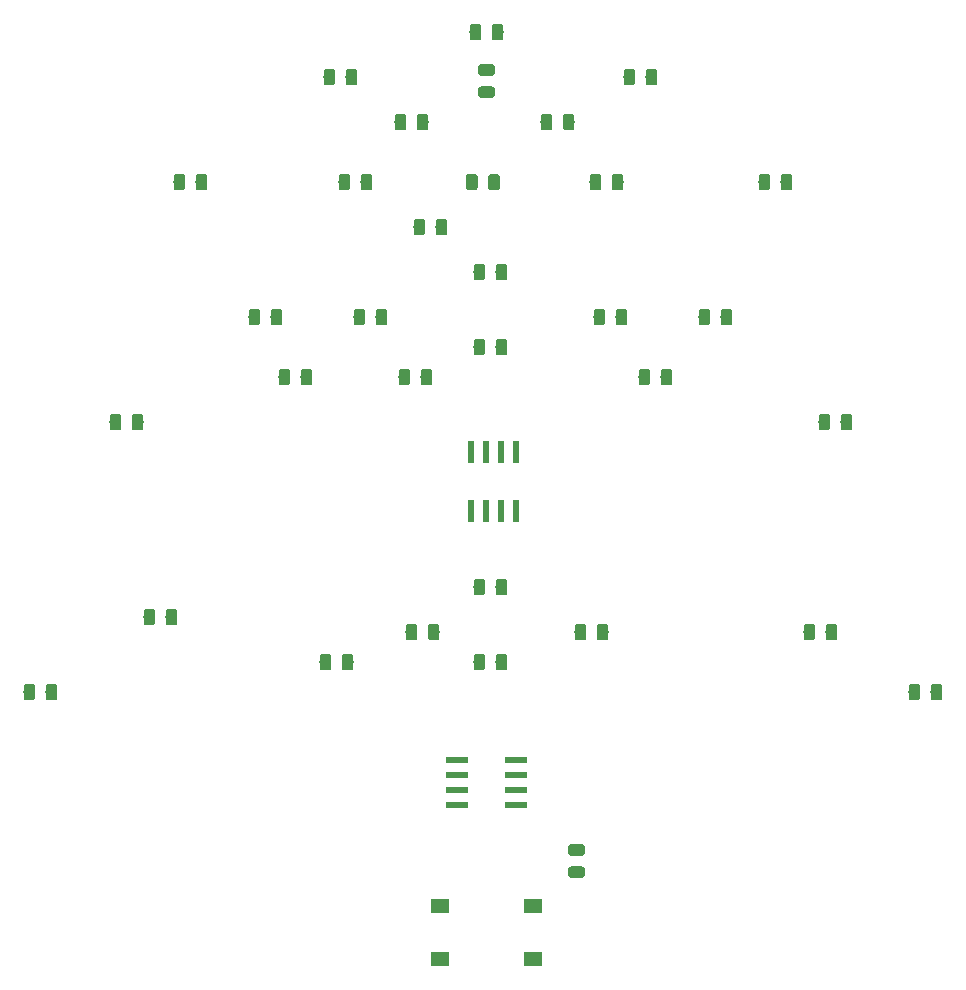
<source format=gbr>
G04 #@! TF.GenerationSoftware,KiCad,Pcbnew,5.1.4-3.fc30*
G04 #@! TF.CreationDate,2019-12-08T15:57:42-08:00*
G04 #@! TF.ProjectId,ChristmasTree,43687269-7374-46d6-9173-547265652e6b,rev?*
G04 #@! TF.SameCoordinates,Original*
G04 #@! TF.FileFunction,Paste,Top*
G04 #@! TF.FilePolarity,Positive*
%FSLAX46Y46*%
G04 Gerber Fmt 4.6, Leading zero omitted, Abs format (unit mm)*
G04 Created by KiCad (PCBNEW 5.1.4-3.fc30) date 2019-12-08 15:57:42*
%MOMM*%
%LPD*%
G04 APERTURE LIST*
%ADD10R,0.570000X1.970000*%
%ADD11C,0.100000*%
%ADD12C,0.975000*%
%ADD13R,1.550000X1.300000*%
%ADD14R,1.970000X0.570000*%
G04 APERTURE END LIST*
D10*
X237490000Y-101600000D03*
X238760000Y-101600000D03*
X240030000Y-101600000D03*
X241300000Y-101600000D03*
X241300000Y-106550000D03*
X240030000Y-106550000D03*
X238760000Y-106550000D03*
X237490000Y-106550000D03*
D11*
G36*
X234552642Y-116141174D02*
G01*
X234576303Y-116144684D01*
X234599507Y-116150496D01*
X234622029Y-116158554D01*
X234643653Y-116168782D01*
X234664170Y-116181079D01*
X234683383Y-116195329D01*
X234701107Y-116211393D01*
X234717171Y-116229117D01*
X234731421Y-116248330D01*
X234743718Y-116268847D01*
X234753946Y-116290471D01*
X234762004Y-116312993D01*
X234767816Y-116336197D01*
X234771326Y-116359858D01*
X234772500Y-116383750D01*
X234772500Y-117296250D01*
X234771326Y-117320142D01*
X234767816Y-117343803D01*
X234762004Y-117367007D01*
X234753946Y-117389529D01*
X234743718Y-117411153D01*
X234731421Y-117431670D01*
X234717171Y-117450883D01*
X234701107Y-117468607D01*
X234683383Y-117484671D01*
X234664170Y-117498921D01*
X234643653Y-117511218D01*
X234622029Y-117521446D01*
X234599507Y-117529504D01*
X234576303Y-117535316D01*
X234552642Y-117538826D01*
X234528750Y-117540000D01*
X234041250Y-117540000D01*
X234017358Y-117538826D01*
X233993697Y-117535316D01*
X233970493Y-117529504D01*
X233947971Y-117521446D01*
X233926347Y-117511218D01*
X233905830Y-117498921D01*
X233886617Y-117484671D01*
X233868893Y-117468607D01*
X233852829Y-117450883D01*
X233838579Y-117431670D01*
X233826282Y-117411153D01*
X233816054Y-117389529D01*
X233807996Y-117367007D01*
X233802184Y-117343803D01*
X233798674Y-117320142D01*
X233797500Y-117296250D01*
X233797500Y-116383750D01*
X233798674Y-116359858D01*
X233802184Y-116336197D01*
X233807996Y-116312993D01*
X233816054Y-116290471D01*
X233826282Y-116268847D01*
X233838579Y-116248330D01*
X233852829Y-116229117D01*
X233868893Y-116211393D01*
X233886617Y-116195329D01*
X233905830Y-116181079D01*
X233926347Y-116168782D01*
X233947971Y-116158554D01*
X233970493Y-116150496D01*
X233993697Y-116144684D01*
X234017358Y-116141174D01*
X234041250Y-116140000D01*
X234528750Y-116140000D01*
X234552642Y-116141174D01*
X234552642Y-116141174D01*
G37*
D12*
X234285000Y-116840000D03*
D11*
G36*
X232677642Y-116141174D02*
G01*
X232701303Y-116144684D01*
X232724507Y-116150496D01*
X232747029Y-116158554D01*
X232768653Y-116168782D01*
X232789170Y-116181079D01*
X232808383Y-116195329D01*
X232826107Y-116211393D01*
X232842171Y-116229117D01*
X232856421Y-116248330D01*
X232868718Y-116268847D01*
X232878946Y-116290471D01*
X232887004Y-116312993D01*
X232892816Y-116336197D01*
X232896326Y-116359858D01*
X232897500Y-116383750D01*
X232897500Y-117296250D01*
X232896326Y-117320142D01*
X232892816Y-117343803D01*
X232887004Y-117367007D01*
X232878946Y-117389529D01*
X232868718Y-117411153D01*
X232856421Y-117431670D01*
X232842171Y-117450883D01*
X232826107Y-117468607D01*
X232808383Y-117484671D01*
X232789170Y-117498921D01*
X232768653Y-117511218D01*
X232747029Y-117521446D01*
X232724507Y-117529504D01*
X232701303Y-117535316D01*
X232677642Y-117538826D01*
X232653750Y-117540000D01*
X232166250Y-117540000D01*
X232142358Y-117538826D01*
X232118697Y-117535316D01*
X232095493Y-117529504D01*
X232072971Y-117521446D01*
X232051347Y-117511218D01*
X232030830Y-117498921D01*
X232011617Y-117484671D01*
X231993893Y-117468607D01*
X231977829Y-117450883D01*
X231963579Y-117431670D01*
X231951282Y-117411153D01*
X231941054Y-117389529D01*
X231932996Y-117367007D01*
X231927184Y-117343803D01*
X231923674Y-117320142D01*
X231922500Y-117296250D01*
X231922500Y-116383750D01*
X231923674Y-116359858D01*
X231927184Y-116336197D01*
X231932996Y-116312993D01*
X231941054Y-116290471D01*
X231951282Y-116268847D01*
X231963579Y-116248330D01*
X231977829Y-116229117D01*
X231993893Y-116211393D01*
X232011617Y-116195329D01*
X232030830Y-116181079D01*
X232051347Y-116168782D01*
X232072971Y-116158554D01*
X232095493Y-116150496D01*
X232118697Y-116144684D01*
X232142358Y-116141174D01*
X232166250Y-116140000D01*
X232653750Y-116140000D01*
X232677642Y-116141174D01*
X232677642Y-116141174D01*
G37*
D12*
X232410000Y-116840000D03*
D11*
G36*
X246980142Y-116141174D02*
G01*
X247003803Y-116144684D01*
X247027007Y-116150496D01*
X247049529Y-116158554D01*
X247071153Y-116168782D01*
X247091670Y-116181079D01*
X247110883Y-116195329D01*
X247128607Y-116211393D01*
X247144671Y-116229117D01*
X247158921Y-116248330D01*
X247171218Y-116268847D01*
X247181446Y-116290471D01*
X247189504Y-116312993D01*
X247195316Y-116336197D01*
X247198826Y-116359858D01*
X247200000Y-116383750D01*
X247200000Y-117296250D01*
X247198826Y-117320142D01*
X247195316Y-117343803D01*
X247189504Y-117367007D01*
X247181446Y-117389529D01*
X247171218Y-117411153D01*
X247158921Y-117431670D01*
X247144671Y-117450883D01*
X247128607Y-117468607D01*
X247110883Y-117484671D01*
X247091670Y-117498921D01*
X247071153Y-117511218D01*
X247049529Y-117521446D01*
X247027007Y-117529504D01*
X247003803Y-117535316D01*
X246980142Y-117538826D01*
X246956250Y-117540000D01*
X246468750Y-117540000D01*
X246444858Y-117538826D01*
X246421197Y-117535316D01*
X246397993Y-117529504D01*
X246375471Y-117521446D01*
X246353847Y-117511218D01*
X246333330Y-117498921D01*
X246314117Y-117484671D01*
X246296393Y-117468607D01*
X246280329Y-117450883D01*
X246266079Y-117431670D01*
X246253782Y-117411153D01*
X246243554Y-117389529D01*
X246235496Y-117367007D01*
X246229684Y-117343803D01*
X246226174Y-117320142D01*
X246225000Y-117296250D01*
X246225000Y-116383750D01*
X246226174Y-116359858D01*
X246229684Y-116336197D01*
X246235496Y-116312993D01*
X246243554Y-116290471D01*
X246253782Y-116268847D01*
X246266079Y-116248330D01*
X246280329Y-116229117D01*
X246296393Y-116211393D01*
X246314117Y-116195329D01*
X246333330Y-116181079D01*
X246353847Y-116168782D01*
X246375471Y-116158554D01*
X246397993Y-116150496D01*
X246421197Y-116144684D01*
X246444858Y-116141174D01*
X246468750Y-116140000D01*
X246956250Y-116140000D01*
X246980142Y-116141174D01*
X246980142Y-116141174D01*
G37*
D12*
X246712500Y-116840000D03*
D11*
G36*
X248855142Y-116141174D02*
G01*
X248878803Y-116144684D01*
X248902007Y-116150496D01*
X248924529Y-116158554D01*
X248946153Y-116168782D01*
X248966670Y-116181079D01*
X248985883Y-116195329D01*
X249003607Y-116211393D01*
X249019671Y-116229117D01*
X249033921Y-116248330D01*
X249046218Y-116268847D01*
X249056446Y-116290471D01*
X249064504Y-116312993D01*
X249070316Y-116336197D01*
X249073826Y-116359858D01*
X249075000Y-116383750D01*
X249075000Y-117296250D01*
X249073826Y-117320142D01*
X249070316Y-117343803D01*
X249064504Y-117367007D01*
X249056446Y-117389529D01*
X249046218Y-117411153D01*
X249033921Y-117431670D01*
X249019671Y-117450883D01*
X249003607Y-117468607D01*
X248985883Y-117484671D01*
X248966670Y-117498921D01*
X248946153Y-117511218D01*
X248924529Y-117521446D01*
X248902007Y-117529504D01*
X248878803Y-117535316D01*
X248855142Y-117538826D01*
X248831250Y-117540000D01*
X248343750Y-117540000D01*
X248319858Y-117538826D01*
X248296197Y-117535316D01*
X248272993Y-117529504D01*
X248250471Y-117521446D01*
X248228847Y-117511218D01*
X248208330Y-117498921D01*
X248189117Y-117484671D01*
X248171393Y-117468607D01*
X248155329Y-117450883D01*
X248141079Y-117431670D01*
X248128782Y-117411153D01*
X248118554Y-117389529D01*
X248110496Y-117367007D01*
X248104684Y-117343803D01*
X248101174Y-117320142D01*
X248100000Y-117296250D01*
X248100000Y-116383750D01*
X248101174Y-116359858D01*
X248104684Y-116336197D01*
X248110496Y-116312993D01*
X248118554Y-116290471D01*
X248128782Y-116268847D01*
X248141079Y-116248330D01*
X248155329Y-116229117D01*
X248171393Y-116211393D01*
X248189117Y-116195329D01*
X248208330Y-116181079D01*
X248228847Y-116168782D01*
X248250471Y-116158554D01*
X248272993Y-116150496D01*
X248296197Y-116144684D01*
X248319858Y-116141174D01*
X248343750Y-116140000D01*
X248831250Y-116140000D01*
X248855142Y-116141174D01*
X248855142Y-116141174D01*
G37*
D12*
X248587500Y-116840000D03*
D11*
G36*
X235217642Y-81851174D02*
G01*
X235241303Y-81854684D01*
X235264507Y-81860496D01*
X235287029Y-81868554D01*
X235308653Y-81878782D01*
X235329170Y-81891079D01*
X235348383Y-81905329D01*
X235366107Y-81921393D01*
X235382171Y-81939117D01*
X235396421Y-81958330D01*
X235408718Y-81978847D01*
X235418946Y-82000471D01*
X235427004Y-82022993D01*
X235432816Y-82046197D01*
X235436326Y-82069858D01*
X235437500Y-82093750D01*
X235437500Y-83006250D01*
X235436326Y-83030142D01*
X235432816Y-83053803D01*
X235427004Y-83077007D01*
X235418946Y-83099529D01*
X235408718Y-83121153D01*
X235396421Y-83141670D01*
X235382171Y-83160883D01*
X235366107Y-83178607D01*
X235348383Y-83194671D01*
X235329170Y-83208921D01*
X235308653Y-83221218D01*
X235287029Y-83231446D01*
X235264507Y-83239504D01*
X235241303Y-83245316D01*
X235217642Y-83248826D01*
X235193750Y-83250000D01*
X234706250Y-83250000D01*
X234682358Y-83248826D01*
X234658697Y-83245316D01*
X234635493Y-83239504D01*
X234612971Y-83231446D01*
X234591347Y-83221218D01*
X234570830Y-83208921D01*
X234551617Y-83194671D01*
X234533893Y-83178607D01*
X234517829Y-83160883D01*
X234503579Y-83141670D01*
X234491282Y-83121153D01*
X234481054Y-83099529D01*
X234472996Y-83077007D01*
X234467184Y-83053803D01*
X234463674Y-83030142D01*
X234462500Y-83006250D01*
X234462500Y-82093750D01*
X234463674Y-82069858D01*
X234467184Y-82046197D01*
X234472996Y-82022993D01*
X234481054Y-82000471D01*
X234491282Y-81978847D01*
X234503579Y-81958330D01*
X234517829Y-81939117D01*
X234533893Y-81921393D01*
X234551617Y-81905329D01*
X234570830Y-81891079D01*
X234591347Y-81878782D01*
X234612971Y-81868554D01*
X234635493Y-81860496D01*
X234658697Y-81854684D01*
X234682358Y-81851174D01*
X234706250Y-81850000D01*
X235193750Y-81850000D01*
X235217642Y-81851174D01*
X235217642Y-81851174D01*
G37*
D12*
X234950000Y-82550000D03*
D11*
G36*
X233342642Y-81851174D02*
G01*
X233366303Y-81854684D01*
X233389507Y-81860496D01*
X233412029Y-81868554D01*
X233433653Y-81878782D01*
X233454170Y-81891079D01*
X233473383Y-81905329D01*
X233491107Y-81921393D01*
X233507171Y-81939117D01*
X233521421Y-81958330D01*
X233533718Y-81978847D01*
X233543946Y-82000471D01*
X233552004Y-82022993D01*
X233557816Y-82046197D01*
X233561326Y-82069858D01*
X233562500Y-82093750D01*
X233562500Y-83006250D01*
X233561326Y-83030142D01*
X233557816Y-83053803D01*
X233552004Y-83077007D01*
X233543946Y-83099529D01*
X233533718Y-83121153D01*
X233521421Y-83141670D01*
X233507171Y-83160883D01*
X233491107Y-83178607D01*
X233473383Y-83194671D01*
X233454170Y-83208921D01*
X233433653Y-83221218D01*
X233412029Y-83231446D01*
X233389507Y-83239504D01*
X233366303Y-83245316D01*
X233342642Y-83248826D01*
X233318750Y-83250000D01*
X232831250Y-83250000D01*
X232807358Y-83248826D01*
X232783697Y-83245316D01*
X232760493Y-83239504D01*
X232737971Y-83231446D01*
X232716347Y-83221218D01*
X232695830Y-83208921D01*
X232676617Y-83194671D01*
X232658893Y-83178607D01*
X232642829Y-83160883D01*
X232628579Y-83141670D01*
X232616282Y-83121153D01*
X232606054Y-83099529D01*
X232597996Y-83077007D01*
X232592184Y-83053803D01*
X232588674Y-83030142D01*
X232587500Y-83006250D01*
X232587500Y-82093750D01*
X232588674Y-82069858D01*
X232592184Y-82046197D01*
X232597996Y-82022993D01*
X232606054Y-82000471D01*
X232616282Y-81978847D01*
X232628579Y-81958330D01*
X232642829Y-81939117D01*
X232658893Y-81921393D01*
X232676617Y-81905329D01*
X232695830Y-81891079D01*
X232716347Y-81878782D01*
X232737971Y-81868554D01*
X232760493Y-81860496D01*
X232783697Y-81854684D01*
X232807358Y-81851174D01*
X232831250Y-81850000D01*
X233318750Y-81850000D01*
X233342642Y-81851174D01*
X233342642Y-81851174D01*
G37*
D12*
X233075000Y-82550000D03*
D11*
G36*
X239965142Y-65341174D02*
G01*
X239988803Y-65344684D01*
X240012007Y-65350496D01*
X240034529Y-65358554D01*
X240056153Y-65368782D01*
X240076670Y-65381079D01*
X240095883Y-65395329D01*
X240113607Y-65411393D01*
X240129671Y-65429117D01*
X240143921Y-65448330D01*
X240156218Y-65468847D01*
X240166446Y-65490471D01*
X240174504Y-65512993D01*
X240180316Y-65536197D01*
X240183826Y-65559858D01*
X240185000Y-65583750D01*
X240185000Y-66496250D01*
X240183826Y-66520142D01*
X240180316Y-66543803D01*
X240174504Y-66567007D01*
X240166446Y-66589529D01*
X240156218Y-66611153D01*
X240143921Y-66631670D01*
X240129671Y-66650883D01*
X240113607Y-66668607D01*
X240095883Y-66684671D01*
X240076670Y-66698921D01*
X240056153Y-66711218D01*
X240034529Y-66721446D01*
X240012007Y-66729504D01*
X239988803Y-66735316D01*
X239965142Y-66738826D01*
X239941250Y-66740000D01*
X239453750Y-66740000D01*
X239429858Y-66738826D01*
X239406197Y-66735316D01*
X239382993Y-66729504D01*
X239360471Y-66721446D01*
X239338847Y-66711218D01*
X239318330Y-66698921D01*
X239299117Y-66684671D01*
X239281393Y-66668607D01*
X239265329Y-66650883D01*
X239251079Y-66631670D01*
X239238782Y-66611153D01*
X239228554Y-66589529D01*
X239220496Y-66567007D01*
X239214684Y-66543803D01*
X239211174Y-66520142D01*
X239210000Y-66496250D01*
X239210000Y-65583750D01*
X239211174Y-65559858D01*
X239214684Y-65536197D01*
X239220496Y-65512993D01*
X239228554Y-65490471D01*
X239238782Y-65468847D01*
X239251079Y-65448330D01*
X239265329Y-65429117D01*
X239281393Y-65411393D01*
X239299117Y-65395329D01*
X239318330Y-65381079D01*
X239338847Y-65368782D01*
X239360471Y-65358554D01*
X239382993Y-65350496D01*
X239406197Y-65344684D01*
X239429858Y-65341174D01*
X239453750Y-65340000D01*
X239941250Y-65340000D01*
X239965142Y-65341174D01*
X239965142Y-65341174D01*
G37*
D12*
X239697500Y-66040000D03*
D11*
G36*
X238090142Y-65341174D02*
G01*
X238113803Y-65344684D01*
X238137007Y-65350496D01*
X238159529Y-65358554D01*
X238181153Y-65368782D01*
X238201670Y-65381079D01*
X238220883Y-65395329D01*
X238238607Y-65411393D01*
X238254671Y-65429117D01*
X238268921Y-65448330D01*
X238281218Y-65468847D01*
X238291446Y-65490471D01*
X238299504Y-65512993D01*
X238305316Y-65536197D01*
X238308826Y-65559858D01*
X238310000Y-65583750D01*
X238310000Y-66496250D01*
X238308826Y-66520142D01*
X238305316Y-66543803D01*
X238299504Y-66567007D01*
X238291446Y-66589529D01*
X238281218Y-66611153D01*
X238268921Y-66631670D01*
X238254671Y-66650883D01*
X238238607Y-66668607D01*
X238220883Y-66684671D01*
X238201670Y-66698921D01*
X238181153Y-66711218D01*
X238159529Y-66721446D01*
X238137007Y-66729504D01*
X238113803Y-66735316D01*
X238090142Y-66738826D01*
X238066250Y-66740000D01*
X237578750Y-66740000D01*
X237554858Y-66738826D01*
X237531197Y-66735316D01*
X237507993Y-66729504D01*
X237485471Y-66721446D01*
X237463847Y-66711218D01*
X237443330Y-66698921D01*
X237424117Y-66684671D01*
X237406393Y-66668607D01*
X237390329Y-66650883D01*
X237376079Y-66631670D01*
X237363782Y-66611153D01*
X237353554Y-66589529D01*
X237345496Y-66567007D01*
X237339684Y-66543803D01*
X237336174Y-66520142D01*
X237335000Y-66496250D01*
X237335000Y-65583750D01*
X237336174Y-65559858D01*
X237339684Y-65536197D01*
X237345496Y-65512993D01*
X237353554Y-65490471D01*
X237363782Y-65468847D01*
X237376079Y-65448330D01*
X237390329Y-65429117D01*
X237406393Y-65411393D01*
X237424117Y-65395329D01*
X237443330Y-65381079D01*
X237463847Y-65368782D01*
X237485471Y-65358554D01*
X237507993Y-65350496D01*
X237531197Y-65344684D01*
X237554858Y-65341174D01*
X237578750Y-65340000D01*
X238066250Y-65340000D01*
X238090142Y-65341174D01*
X238090142Y-65341174D01*
G37*
D12*
X237822500Y-66040000D03*
D11*
G36*
X213022642Y-78041174D02*
G01*
X213046303Y-78044684D01*
X213069507Y-78050496D01*
X213092029Y-78058554D01*
X213113653Y-78068782D01*
X213134170Y-78081079D01*
X213153383Y-78095329D01*
X213171107Y-78111393D01*
X213187171Y-78129117D01*
X213201421Y-78148330D01*
X213213718Y-78168847D01*
X213223946Y-78190471D01*
X213232004Y-78212993D01*
X213237816Y-78236197D01*
X213241326Y-78259858D01*
X213242500Y-78283750D01*
X213242500Y-79196250D01*
X213241326Y-79220142D01*
X213237816Y-79243803D01*
X213232004Y-79267007D01*
X213223946Y-79289529D01*
X213213718Y-79311153D01*
X213201421Y-79331670D01*
X213187171Y-79350883D01*
X213171107Y-79368607D01*
X213153383Y-79384671D01*
X213134170Y-79398921D01*
X213113653Y-79411218D01*
X213092029Y-79421446D01*
X213069507Y-79429504D01*
X213046303Y-79435316D01*
X213022642Y-79438826D01*
X212998750Y-79440000D01*
X212511250Y-79440000D01*
X212487358Y-79438826D01*
X212463697Y-79435316D01*
X212440493Y-79429504D01*
X212417971Y-79421446D01*
X212396347Y-79411218D01*
X212375830Y-79398921D01*
X212356617Y-79384671D01*
X212338893Y-79368607D01*
X212322829Y-79350883D01*
X212308579Y-79331670D01*
X212296282Y-79311153D01*
X212286054Y-79289529D01*
X212277996Y-79267007D01*
X212272184Y-79243803D01*
X212268674Y-79220142D01*
X212267500Y-79196250D01*
X212267500Y-78283750D01*
X212268674Y-78259858D01*
X212272184Y-78236197D01*
X212277996Y-78212993D01*
X212286054Y-78190471D01*
X212296282Y-78168847D01*
X212308579Y-78148330D01*
X212322829Y-78129117D01*
X212338893Y-78111393D01*
X212356617Y-78095329D01*
X212375830Y-78081079D01*
X212396347Y-78068782D01*
X212417971Y-78058554D01*
X212440493Y-78050496D01*
X212463697Y-78044684D01*
X212487358Y-78041174D01*
X212511250Y-78040000D01*
X212998750Y-78040000D01*
X213022642Y-78041174D01*
X213022642Y-78041174D01*
G37*
D12*
X212755000Y-78740000D03*
D11*
G36*
X214897642Y-78041174D02*
G01*
X214921303Y-78044684D01*
X214944507Y-78050496D01*
X214967029Y-78058554D01*
X214988653Y-78068782D01*
X215009170Y-78081079D01*
X215028383Y-78095329D01*
X215046107Y-78111393D01*
X215062171Y-78129117D01*
X215076421Y-78148330D01*
X215088718Y-78168847D01*
X215098946Y-78190471D01*
X215107004Y-78212993D01*
X215112816Y-78236197D01*
X215116326Y-78259858D01*
X215117500Y-78283750D01*
X215117500Y-79196250D01*
X215116326Y-79220142D01*
X215112816Y-79243803D01*
X215107004Y-79267007D01*
X215098946Y-79289529D01*
X215088718Y-79311153D01*
X215076421Y-79331670D01*
X215062171Y-79350883D01*
X215046107Y-79368607D01*
X215028383Y-79384671D01*
X215009170Y-79398921D01*
X214988653Y-79411218D01*
X214967029Y-79421446D01*
X214944507Y-79429504D01*
X214921303Y-79435316D01*
X214897642Y-79438826D01*
X214873750Y-79440000D01*
X214386250Y-79440000D01*
X214362358Y-79438826D01*
X214338697Y-79435316D01*
X214315493Y-79429504D01*
X214292971Y-79421446D01*
X214271347Y-79411218D01*
X214250830Y-79398921D01*
X214231617Y-79384671D01*
X214213893Y-79368607D01*
X214197829Y-79350883D01*
X214183579Y-79331670D01*
X214171282Y-79311153D01*
X214161054Y-79289529D01*
X214152996Y-79267007D01*
X214147184Y-79243803D01*
X214143674Y-79220142D01*
X214142500Y-79196250D01*
X214142500Y-78283750D01*
X214143674Y-78259858D01*
X214147184Y-78236197D01*
X214152996Y-78212993D01*
X214161054Y-78190471D01*
X214171282Y-78168847D01*
X214183579Y-78148330D01*
X214197829Y-78129117D01*
X214213893Y-78111393D01*
X214231617Y-78095329D01*
X214250830Y-78081079D01*
X214271347Y-78068782D01*
X214292971Y-78058554D01*
X214315493Y-78050496D01*
X214338697Y-78044684D01*
X214362358Y-78041174D01*
X214386250Y-78040000D01*
X214873750Y-78040000D01*
X214897642Y-78041174D01*
X214897642Y-78041174D01*
G37*
D12*
X214630000Y-78740000D03*
D11*
G36*
X219372642Y-89471174D02*
G01*
X219396303Y-89474684D01*
X219419507Y-89480496D01*
X219442029Y-89488554D01*
X219463653Y-89498782D01*
X219484170Y-89511079D01*
X219503383Y-89525329D01*
X219521107Y-89541393D01*
X219537171Y-89559117D01*
X219551421Y-89578330D01*
X219563718Y-89598847D01*
X219573946Y-89620471D01*
X219582004Y-89642993D01*
X219587816Y-89666197D01*
X219591326Y-89689858D01*
X219592500Y-89713750D01*
X219592500Y-90626250D01*
X219591326Y-90650142D01*
X219587816Y-90673803D01*
X219582004Y-90697007D01*
X219573946Y-90719529D01*
X219563718Y-90741153D01*
X219551421Y-90761670D01*
X219537171Y-90780883D01*
X219521107Y-90798607D01*
X219503383Y-90814671D01*
X219484170Y-90828921D01*
X219463653Y-90841218D01*
X219442029Y-90851446D01*
X219419507Y-90859504D01*
X219396303Y-90865316D01*
X219372642Y-90868826D01*
X219348750Y-90870000D01*
X218861250Y-90870000D01*
X218837358Y-90868826D01*
X218813697Y-90865316D01*
X218790493Y-90859504D01*
X218767971Y-90851446D01*
X218746347Y-90841218D01*
X218725830Y-90828921D01*
X218706617Y-90814671D01*
X218688893Y-90798607D01*
X218672829Y-90780883D01*
X218658579Y-90761670D01*
X218646282Y-90741153D01*
X218636054Y-90719529D01*
X218627996Y-90697007D01*
X218622184Y-90673803D01*
X218618674Y-90650142D01*
X218617500Y-90626250D01*
X218617500Y-89713750D01*
X218618674Y-89689858D01*
X218622184Y-89666197D01*
X218627996Y-89642993D01*
X218636054Y-89620471D01*
X218646282Y-89598847D01*
X218658579Y-89578330D01*
X218672829Y-89559117D01*
X218688893Y-89541393D01*
X218706617Y-89525329D01*
X218725830Y-89511079D01*
X218746347Y-89498782D01*
X218767971Y-89488554D01*
X218790493Y-89480496D01*
X218813697Y-89474684D01*
X218837358Y-89471174D01*
X218861250Y-89470000D01*
X219348750Y-89470000D01*
X219372642Y-89471174D01*
X219372642Y-89471174D01*
G37*
D12*
X219105000Y-90170000D03*
D11*
G36*
X221247642Y-89471174D02*
G01*
X221271303Y-89474684D01*
X221294507Y-89480496D01*
X221317029Y-89488554D01*
X221338653Y-89498782D01*
X221359170Y-89511079D01*
X221378383Y-89525329D01*
X221396107Y-89541393D01*
X221412171Y-89559117D01*
X221426421Y-89578330D01*
X221438718Y-89598847D01*
X221448946Y-89620471D01*
X221457004Y-89642993D01*
X221462816Y-89666197D01*
X221466326Y-89689858D01*
X221467500Y-89713750D01*
X221467500Y-90626250D01*
X221466326Y-90650142D01*
X221462816Y-90673803D01*
X221457004Y-90697007D01*
X221448946Y-90719529D01*
X221438718Y-90741153D01*
X221426421Y-90761670D01*
X221412171Y-90780883D01*
X221396107Y-90798607D01*
X221378383Y-90814671D01*
X221359170Y-90828921D01*
X221338653Y-90841218D01*
X221317029Y-90851446D01*
X221294507Y-90859504D01*
X221271303Y-90865316D01*
X221247642Y-90868826D01*
X221223750Y-90870000D01*
X220736250Y-90870000D01*
X220712358Y-90868826D01*
X220688697Y-90865316D01*
X220665493Y-90859504D01*
X220642971Y-90851446D01*
X220621347Y-90841218D01*
X220600830Y-90828921D01*
X220581617Y-90814671D01*
X220563893Y-90798607D01*
X220547829Y-90780883D01*
X220533579Y-90761670D01*
X220521282Y-90741153D01*
X220511054Y-90719529D01*
X220502996Y-90697007D01*
X220497184Y-90673803D01*
X220493674Y-90650142D01*
X220492500Y-90626250D01*
X220492500Y-89713750D01*
X220493674Y-89689858D01*
X220497184Y-89666197D01*
X220502996Y-89642993D01*
X220511054Y-89620471D01*
X220521282Y-89598847D01*
X220533579Y-89578330D01*
X220547829Y-89559117D01*
X220563893Y-89541393D01*
X220581617Y-89525329D01*
X220600830Y-89511079D01*
X220621347Y-89498782D01*
X220642971Y-89488554D01*
X220665493Y-89480496D01*
X220688697Y-89474684D01*
X220712358Y-89471174D01*
X220736250Y-89470000D01*
X221223750Y-89470000D01*
X221247642Y-89471174D01*
X221247642Y-89471174D01*
G37*
D12*
X220980000Y-90170000D03*
D11*
G36*
X202197642Y-121221174D02*
G01*
X202221303Y-121224684D01*
X202244507Y-121230496D01*
X202267029Y-121238554D01*
X202288653Y-121248782D01*
X202309170Y-121261079D01*
X202328383Y-121275329D01*
X202346107Y-121291393D01*
X202362171Y-121309117D01*
X202376421Y-121328330D01*
X202388718Y-121348847D01*
X202398946Y-121370471D01*
X202407004Y-121392993D01*
X202412816Y-121416197D01*
X202416326Y-121439858D01*
X202417500Y-121463750D01*
X202417500Y-122376250D01*
X202416326Y-122400142D01*
X202412816Y-122423803D01*
X202407004Y-122447007D01*
X202398946Y-122469529D01*
X202388718Y-122491153D01*
X202376421Y-122511670D01*
X202362171Y-122530883D01*
X202346107Y-122548607D01*
X202328383Y-122564671D01*
X202309170Y-122578921D01*
X202288653Y-122591218D01*
X202267029Y-122601446D01*
X202244507Y-122609504D01*
X202221303Y-122615316D01*
X202197642Y-122618826D01*
X202173750Y-122620000D01*
X201686250Y-122620000D01*
X201662358Y-122618826D01*
X201638697Y-122615316D01*
X201615493Y-122609504D01*
X201592971Y-122601446D01*
X201571347Y-122591218D01*
X201550830Y-122578921D01*
X201531617Y-122564671D01*
X201513893Y-122548607D01*
X201497829Y-122530883D01*
X201483579Y-122511670D01*
X201471282Y-122491153D01*
X201461054Y-122469529D01*
X201452996Y-122447007D01*
X201447184Y-122423803D01*
X201443674Y-122400142D01*
X201442500Y-122376250D01*
X201442500Y-121463750D01*
X201443674Y-121439858D01*
X201447184Y-121416197D01*
X201452996Y-121392993D01*
X201461054Y-121370471D01*
X201471282Y-121348847D01*
X201483579Y-121328330D01*
X201497829Y-121309117D01*
X201513893Y-121291393D01*
X201531617Y-121275329D01*
X201550830Y-121261079D01*
X201571347Y-121248782D01*
X201592971Y-121238554D01*
X201615493Y-121230496D01*
X201638697Y-121224684D01*
X201662358Y-121221174D01*
X201686250Y-121220000D01*
X202173750Y-121220000D01*
X202197642Y-121221174D01*
X202197642Y-121221174D01*
G37*
D12*
X201930000Y-121920000D03*
D11*
G36*
X200322642Y-121221174D02*
G01*
X200346303Y-121224684D01*
X200369507Y-121230496D01*
X200392029Y-121238554D01*
X200413653Y-121248782D01*
X200434170Y-121261079D01*
X200453383Y-121275329D01*
X200471107Y-121291393D01*
X200487171Y-121309117D01*
X200501421Y-121328330D01*
X200513718Y-121348847D01*
X200523946Y-121370471D01*
X200532004Y-121392993D01*
X200537816Y-121416197D01*
X200541326Y-121439858D01*
X200542500Y-121463750D01*
X200542500Y-122376250D01*
X200541326Y-122400142D01*
X200537816Y-122423803D01*
X200532004Y-122447007D01*
X200523946Y-122469529D01*
X200513718Y-122491153D01*
X200501421Y-122511670D01*
X200487171Y-122530883D01*
X200471107Y-122548607D01*
X200453383Y-122564671D01*
X200434170Y-122578921D01*
X200413653Y-122591218D01*
X200392029Y-122601446D01*
X200369507Y-122609504D01*
X200346303Y-122615316D01*
X200322642Y-122618826D01*
X200298750Y-122620000D01*
X199811250Y-122620000D01*
X199787358Y-122618826D01*
X199763697Y-122615316D01*
X199740493Y-122609504D01*
X199717971Y-122601446D01*
X199696347Y-122591218D01*
X199675830Y-122578921D01*
X199656617Y-122564671D01*
X199638893Y-122548607D01*
X199622829Y-122530883D01*
X199608579Y-122511670D01*
X199596282Y-122491153D01*
X199586054Y-122469529D01*
X199577996Y-122447007D01*
X199572184Y-122423803D01*
X199568674Y-122400142D01*
X199567500Y-122376250D01*
X199567500Y-121463750D01*
X199568674Y-121439858D01*
X199572184Y-121416197D01*
X199577996Y-121392993D01*
X199586054Y-121370471D01*
X199596282Y-121348847D01*
X199608579Y-121328330D01*
X199622829Y-121309117D01*
X199638893Y-121291393D01*
X199656617Y-121275329D01*
X199675830Y-121261079D01*
X199696347Y-121248782D01*
X199717971Y-121238554D01*
X199740493Y-121230496D01*
X199763697Y-121224684D01*
X199787358Y-121221174D01*
X199811250Y-121220000D01*
X200298750Y-121220000D01*
X200322642Y-121221174D01*
X200322642Y-121221174D01*
G37*
D12*
X200055000Y-121920000D03*
D11*
G36*
X252997642Y-69151174D02*
G01*
X253021303Y-69154684D01*
X253044507Y-69160496D01*
X253067029Y-69168554D01*
X253088653Y-69178782D01*
X253109170Y-69191079D01*
X253128383Y-69205329D01*
X253146107Y-69221393D01*
X253162171Y-69239117D01*
X253176421Y-69258330D01*
X253188718Y-69278847D01*
X253198946Y-69300471D01*
X253207004Y-69322993D01*
X253212816Y-69346197D01*
X253216326Y-69369858D01*
X253217500Y-69393750D01*
X253217500Y-70306250D01*
X253216326Y-70330142D01*
X253212816Y-70353803D01*
X253207004Y-70377007D01*
X253198946Y-70399529D01*
X253188718Y-70421153D01*
X253176421Y-70441670D01*
X253162171Y-70460883D01*
X253146107Y-70478607D01*
X253128383Y-70494671D01*
X253109170Y-70508921D01*
X253088653Y-70521218D01*
X253067029Y-70531446D01*
X253044507Y-70539504D01*
X253021303Y-70545316D01*
X252997642Y-70548826D01*
X252973750Y-70550000D01*
X252486250Y-70550000D01*
X252462358Y-70548826D01*
X252438697Y-70545316D01*
X252415493Y-70539504D01*
X252392971Y-70531446D01*
X252371347Y-70521218D01*
X252350830Y-70508921D01*
X252331617Y-70494671D01*
X252313893Y-70478607D01*
X252297829Y-70460883D01*
X252283579Y-70441670D01*
X252271282Y-70421153D01*
X252261054Y-70399529D01*
X252252996Y-70377007D01*
X252247184Y-70353803D01*
X252243674Y-70330142D01*
X252242500Y-70306250D01*
X252242500Y-69393750D01*
X252243674Y-69369858D01*
X252247184Y-69346197D01*
X252252996Y-69322993D01*
X252261054Y-69300471D01*
X252271282Y-69278847D01*
X252283579Y-69258330D01*
X252297829Y-69239117D01*
X252313893Y-69221393D01*
X252331617Y-69205329D01*
X252350830Y-69191079D01*
X252371347Y-69178782D01*
X252392971Y-69168554D01*
X252415493Y-69160496D01*
X252438697Y-69154684D01*
X252462358Y-69151174D01*
X252486250Y-69150000D01*
X252973750Y-69150000D01*
X252997642Y-69151174D01*
X252997642Y-69151174D01*
G37*
D12*
X252730000Y-69850000D03*
D11*
G36*
X251122642Y-69151174D02*
G01*
X251146303Y-69154684D01*
X251169507Y-69160496D01*
X251192029Y-69168554D01*
X251213653Y-69178782D01*
X251234170Y-69191079D01*
X251253383Y-69205329D01*
X251271107Y-69221393D01*
X251287171Y-69239117D01*
X251301421Y-69258330D01*
X251313718Y-69278847D01*
X251323946Y-69300471D01*
X251332004Y-69322993D01*
X251337816Y-69346197D01*
X251341326Y-69369858D01*
X251342500Y-69393750D01*
X251342500Y-70306250D01*
X251341326Y-70330142D01*
X251337816Y-70353803D01*
X251332004Y-70377007D01*
X251323946Y-70399529D01*
X251313718Y-70421153D01*
X251301421Y-70441670D01*
X251287171Y-70460883D01*
X251271107Y-70478607D01*
X251253383Y-70494671D01*
X251234170Y-70508921D01*
X251213653Y-70521218D01*
X251192029Y-70531446D01*
X251169507Y-70539504D01*
X251146303Y-70545316D01*
X251122642Y-70548826D01*
X251098750Y-70550000D01*
X250611250Y-70550000D01*
X250587358Y-70548826D01*
X250563697Y-70545316D01*
X250540493Y-70539504D01*
X250517971Y-70531446D01*
X250496347Y-70521218D01*
X250475830Y-70508921D01*
X250456617Y-70494671D01*
X250438893Y-70478607D01*
X250422829Y-70460883D01*
X250408579Y-70441670D01*
X250396282Y-70421153D01*
X250386054Y-70399529D01*
X250377996Y-70377007D01*
X250372184Y-70353803D01*
X250368674Y-70330142D01*
X250367500Y-70306250D01*
X250367500Y-69393750D01*
X250368674Y-69369858D01*
X250372184Y-69346197D01*
X250377996Y-69322993D01*
X250386054Y-69300471D01*
X250396282Y-69278847D01*
X250408579Y-69258330D01*
X250422829Y-69239117D01*
X250438893Y-69221393D01*
X250456617Y-69205329D01*
X250475830Y-69191079D01*
X250496347Y-69178782D01*
X250517971Y-69168554D01*
X250540493Y-69160496D01*
X250563697Y-69154684D01*
X250587358Y-69151174D01*
X250611250Y-69150000D01*
X251098750Y-69150000D01*
X251122642Y-69151174D01*
X251122642Y-69151174D01*
G37*
D12*
X250855000Y-69850000D03*
D11*
G36*
X267632642Y-98361174D02*
G01*
X267656303Y-98364684D01*
X267679507Y-98370496D01*
X267702029Y-98378554D01*
X267723653Y-98388782D01*
X267744170Y-98401079D01*
X267763383Y-98415329D01*
X267781107Y-98431393D01*
X267797171Y-98449117D01*
X267811421Y-98468330D01*
X267823718Y-98488847D01*
X267833946Y-98510471D01*
X267842004Y-98532993D01*
X267847816Y-98556197D01*
X267851326Y-98579858D01*
X267852500Y-98603750D01*
X267852500Y-99516250D01*
X267851326Y-99540142D01*
X267847816Y-99563803D01*
X267842004Y-99587007D01*
X267833946Y-99609529D01*
X267823718Y-99631153D01*
X267811421Y-99651670D01*
X267797171Y-99670883D01*
X267781107Y-99688607D01*
X267763383Y-99704671D01*
X267744170Y-99718921D01*
X267723653Y-99731218D01*
X267702029Y-99741446D01*
X267679507Y-99749504D01*
X267656303Y-99755316D01*
X267632642Y-99758826D01*
X267608750Y-99760000D01*
X267121250Y-99760000D01*
X267097358Y-99758826D01*
X267073697Y-99755316D01*
X267050493Y-99749504D01*
X267027971Y-99741446D01*
X267006347Y-99731218D01*
X266985830Y-99718921D01*
X266966617Y-99704671D01*
X266948893Y-99688607D01*
X266932829Y-99670883D01*
X266918579Y-99651670D01*
X266906282Y-99631153D01*
X266896054Y-99609529D01*
X266887996Y-99587007D01*
X266882184Y-99563803D01*
X266878674Y-99540142D01*
X266877500Y-99516250D01*
X266877500Y-98603750D01*
X266878674Y-98579858D01*
X266882184Y-98556197D01*
X266887996Y-98532993D01*
X266896054Y-98510471D01*
X266906282Y-98488847D01*
X266918579Y-98468330D01*
X266932829Y-98449117D01*
X266948893Y-98431393D01*
X266966617Y-98415329D01*
X266985830Y-98401079D01*
X267006347Y-98388782D01*
X267027971Y-98378554D01*
X267050493Y-98370496D01*
X267073697Y-98364684D01*
X267097358Y-98361174D01*
X267121250Y-98360000D01*
X267608750Y-98360000D01*
X267632642Y-98361174D01*
X267632642Y-98361174D01*
G37*
D12*
X267365000Y-99060000D03*
D11*
G36*
X269507642Y-98361174D02*
G01*
X269531303Y-98364684D01*
X269554507Y-98370496D01*
X269577029Y-98378554D01*
X269598653Y-98388782D01*
X269619170Y-98401079D01*
X269638383Y-98415329D01*
X269656107Y-98431393D01*
X269672171Y-98449117D01*
X269686421Y-98468330D01*
X269698718Y-98488847D01*
X269708946Y-98510471D01*
X269717004Y-98532993D01*
X269722816Y-98556197D01*
X269726326Y-98579858D01*
X269727500Y-98603750D01*
X269727500Y-99516250D01*
X269726326Y-99540142D01*
X269722816Y-99563803D01*
X269717004Y-99587007D01*
X269708946Y-99609529D01*
X269698718Y-99631153D01*
X269686421Y-99651670D01*
X269672171Y-99670883D01*
X269656107Y-99688607D01*
X269638383Y-99704671D01*
X269619170Y-99718921D01*
X269598653Y-99731218D01*
X269577029Y-99741446D01*
X269554507Y-99749504D01*
X269531303Y-99755316D01*
X269507642Y-99758826D01*
X269483750Y-99760000D01*
X268996250Y-99760000D01*
X268972358Y-99758826D01*
X268948697Y-99755316D01*
X268925493Y-99749504D01*
X268902971Y-99741446D01*
X268881347Y-99731218D01*
X268860830Y-99718921D01*
X268841617Y-99704671D01*
X268823893Y-99688607D01*
X268807829Y-99670883D01*
X268793579Y-99651670D01*
X268781282Y-99631153D01*
X268771054Y-99609529D01*
X268762996Y-99587007D01*
X268757184Y-99563803D01*
X268753674Y-99540142D01*
X268752500Y-99516250D01*
X268752500Y-98603750D01*
X268753674Y-98579858D01*
X268757184Y-98556197D01*
X268762996Y-98532993D01*
X268771054Y-98510471D01*
X268781282Y-98488847D01*
X268793579Y-98468330D01*
X268807829Y-98449117D01*
X268823893Y-98431393D01*
X268841617Y-98415329D01*
X268860830Y-98401079D01*
X268881347Y-98388782D01*
X268902971Y-98378554D01*
X268925493Y-98370496D01*
X268948697Y-98364684D01*
X268972358Y-98361174D01*
X268996250Y-98360000D01*
X269483750Y-98360000D01*
X269507642Y-98361174D01*
X269507642Y-98361174D01*
G37*
D12*
X269240000Y-99060000D03*
D11*
G36*
X207610142Y-98361174D02*
G01*
X207633803Y-98364684D01*
X207657007Y-98370496D01*
X207679529Y-98378554D01*
X207701153Y-98388782D01*
X207721670Y-98401079D01*
X207740883Y-98415329D01*
X207758607Y-98431393D01*
X207774671Y-98449117D01*
X207788921Y-98468330D01*
X207801218Y-98488847D01*
X207811446Y-98510471D01*
X207819504Y-98532993D01*
X207825316Y-98556197D01*
X207828826Y-98579858D01*
X207830000Y-98603750D01*
X207830000Y-99516250D01*
X207828826Y-99540142D01*
X207825316Y-99563803D01*
X207819504Y-99587007D01*
X207811446Y-99609529D01*
X207801218Y-99631153D01*
X207788921Y-99651670D01*
X207774671Y-99670883D01*
X207758607Y-99688607D01*
X207740883Y-99704671D01*
X207721670Y-99718921D01*
X207701153Y-99731218D01*
X207679529Y-99741446D01*
X207657007Y-99749504D01*
X207633803Y-99755316D01*
X207610142Y-99758826D01*
X207586250Y-99760000D01*
X207098750Y-99760000D01*
X207074858Y-99758826D01*
X207051197Y-99755316D01*
X207027993Y-99749504D01*
X207005471Y-99741446D01*
X206983847Y-99731218D01*
X206963330Y-99718921D01*
X206944117Y-99704671D01*
X206926393Y-99688607D01*
X206910329Y-99670883D01*
X206896079Y-99651670D01*
X206883782Y-99631153D01*
X206873554Y-99609529D01*
X206865496Y-99587007D01*
X206859684Y-99563803D01*
X206856174Y-99540142D01*
X206855000Y-99516250D01*
X206855000Y-98603750D01*
X206856174Y-98579858D01*
X206859684Y-98556197D01*
X206865496Y-98532993D01*
X206873554Y-98510471D01*
X206883782Y-98488847D01*
X206896079Y-98468330D01*
X206910329Y-98449117D01*
X206926393Y-98431393D01*
X206944117Y-98415329D01*
X206963330Y-98401079D01*
X206983847Y-98388782D01*
X207005471Y-98378554D01*
X207027993Y-98370496D01*
X207051197Y-98364684D01*
X207074858Y-98361174D01*
X207098750Y-98360000D01*
X207586250Y-98360000D01*
X207610142Y-98361174D01*
X207610142Y-98361174D01*
G37*
D12*
X207342500Y-99060000D03*
D11*
G36*
X209485142Y-98361174D02*
G01*
X209508803Y-98364684D01*
X209532007Y-98370496D01*
X209554529Y-98378554D01*
X209576153Y-98388782D01*
X209596670Y-98401079D01*
X209615883Y-98415329D01*
X209633607Y-98431393D01*
X209649671Y-98449117D01*
X209663921Y-98468330D01*
X209676218Y-98488847D01*
X209686446Y-98510471D01*
X209694504Y-98532993D01*
X209700316Y-98556197D01*
X209703826Y-98579858D01*
X209705000Y-98603750D01*
X209705000Y-99516250D01*
X209703826Y-99540142D01*
X209700316Y-99563803D01*
X209694504Y-99587007D01*
X209686446Y-99609529D01*
X209676218Y-99631153D01*
X209663921Y-99651670D01*
X209649671Y-99670883D01*
X209633607Y-99688607D01*
X209615883Y-99704671D01*
X209596670Y-99718921D01*
X209576153Y-99731218D01*
X209554529Y-99741446D01*
X209532007Y-99749504D01*
X209508803Y-99755316D01*
X209485142Y-99758826D01*
X209461250Y-99760000D01*
X208973750Y-99760000D01*
X208949858Y-99758826D01*
X208926197Y-99755316D01*
X208902993Y-99749504D01*
X208880471Y-99741446D01*
X208858847Y-99731218D01*
X208838330Y-99718921D01*
X208819117Y-99704671D01*
X208801393Y-99688607D01*
X208785329Y-99670883D01*
X208771079Y-99651670D01*
X208758782Y-99631153D01*
X208748554Y-99609529D01*
X208740496Y-99587007D01*
X208734684Y-99563803D01*
X208731174Y-99540142D01*
X208730000Y-99516250D01*
X208730000Y-98603750D01*
X208731174Y-98579858D01*
X208734684Y-98556197D01*
X208740496Y-98532993D01*
X208748554Y-98510471D01*
X208758782Y-98488847D01*
X208771079Y-98468330D01*
X208785329Y-98449117D01*
X208801393Y-98431393D01*
X208819117Y-98415329D01*
X208838330Y-98401079D01*
X208858847Y-98388782D01*
X208880471Y-98378554D01*
X208902993Y-98370496D01*
X208926197Y-98364684D01*
X208949858Y-98361174D01*
X208973750Y-98360000D01*
X209461250Y-98360000D01*
X209485142Y-98361174D01*
X209485142Y-98361174D01*
G37*
D12*
X209217500Y-99060000D03*
D11*
G36*
X240297642Y-118681174D02*
G01*
X240321303Y-118684684D01*
X240344507Y-118690496D01*
X240367029Y-118698554D01*
X240388653Y-118708782D01*
X240409170Y-118721079D01*
X240428383Y-118735329D01*
X240446107Y-118751393D01*
X240462171Y-118769117D01*
X240476421Y-118788330D01*
X240488718Y-118808847D01*
X240498946Y-118830471D01*
X240507004Y-118852993D01*
X240512816Y-118876197D01*
X240516326Y-118899858D01*
X240517500Y-118923750D01*
X240517500Y-119836250D01*
X240516326Y-119860142D01*
X240512816Y-119883803D01*
X240507004Y-119907007D01*
X240498946Y-119929529D01*
X240488718Y-119951153D01*
X240476421Y-119971670D01*
X240462171Y-119990883D01*
X240446107Y-120008607D01*
X240428383Y-120024671D01*
X240409170Y-120038921D01*
X240388653Y-120051218D01*
X240367029Y-120061446D01*
X240344507Y-120069504D01*
X240321303Y-120075316D01*
X240297642Y-120078826D01*
X240273750Y-120080000D01*
X239786250Y-120080000D01*
X239762358Y-120078826D01*
X239738697Y-120075316D01*
X239715493Y-120069504D01*
X239692971Y-120061446D01*
X239671347Y-120051218D01*
X239650830Y-120038921D01*
X239631617Y-120024671D01*
X239613893Y-120008607D01*
X239597829Y-119990883D01*
X239583579Y-119971670D01*
X239571282Y-119951153D01*
X239561054Y-119929529D01*
X239552996Y-119907007D01*
X239547184Y-119883803D01*
X239543674Y-119860142D01*
X239542500Y-119836250D01*
X239542500Y-118923750D01*
X239543674Y-118899858D01*
X239547184Y-118876197D01*
X239552996Y-118852993D01*
X239561054Y-118830471D01*
X239571282Y-118808847D01*
X239583579Y-118788330D01*
X239597829Y-118769117D01*
X239613893Y-118751393D01*
X239631617Y-118735329D01*
X239650830Y-118721079D01*
X239671347Y-118708782D01*
X239692971Y-118698554D01*
X239715493Y-118690496D01*
X239738697Y-118684684D01*
X239762358Y-118681174D01*
X239786250Y-118680000D01*
X240273750Y-118680000D01*
X240297642Y-118681174D01*
X240297642Y-118681174D01*
G37*
D12*
X240030000Y-119380000D03*
D11*
G36*
X238422642Y-118681174D02*
G01*
X238446303Y-118684684D01*
X238469507Y-118690496D01*
X238492029Y-118698554D01*
X238513653Y-118708782D01*
X238534170Y-118721079D01*
X238553383Y-118735329D01*
X238571107Y-118751393D01*
X238587171Y-118769117D01*
X238601421Y-118788330D01*
X238613718Y-118808847D01*
X238623946Y-118830471D01*
X238632004Y-118852993D01*
X238637816Y-118876197D01*
X238641326Y-118899858D01*
X238642500Y-118923750D01*
X238642500Y-119836250D01*
X238641326Y-119860142D01*
X238637816Y-119883803D01*
X238632004Y-119907007D01*
X238623946Y-119929529D01*
X238613718Y-119951153D01*
X238601421Y-119971670D01*
X238587171Y-119990883D01*
X238571107Y-120008607D01*
X238553383Y-120024671D01*
X238534170Y-120038921D01*
X238513653Y-120051218D01*
X238492029Y-120061446D01*
X238469507Y-120069504D01*
X238446303Y-120075316D01*
X238422642Y-120078826D01*
X238398750Y-120080000D01*
X237911250Y-120080000D01*
X237887358Y-120078826D01*
X237863697Y-120075316D01*
X237840493Y-120069504D01*
X237817971Y-120061446D01*
X237796347Y-120051218D01*
X237775830Y-120038921D01*
X237756617Y-120024671D01*
X237738893Y-120008607D01*
X237722829Y-119990883D01*
X237708579Y-119971670D01*
X237696282Y-119951153D01*
X237686054Y-119929529D01*
X237677996Y-119907007D01*
X237672184Y-119883803D01*
X237668674Y-119860142D01*
X237667500Y-119836250D01*
X237667500Y-118923750D01*
X237668674Y-118899858D01*
X237672184Y-118876197D01*
X237677996Y-118852993D01*
X237686054Y-118830471D01*
X237696282Y-118808847D01*
X237708579Y-118788330D01*
X237722829Y-118769117D01*
X237738893Y-118751393D01*
X237756617Y-118735329D01*
X237775830Y-118721079D01*
X237796347Y-118708782D01*
X237817971Y-118698554D01*
X237840493Y-118690496D01*
X237863697Y-118684684D01*
X237887358Y-118681174D01*
X237911250Y-118680000D01*
X238398750Y-118680000D01*
X238422642Y-118681174D01*
X238422642Y-118681174D01*
G37*
D12*
X238155000Y-119380000D03*
D11*
G36*
X227597642Y-69151174D02*
G01*
X227621303Y-69154684D01*
X227644507Y-69160496D01*
X227667029Y-69168554D01*
X227688653Y-69178782D01*
X227709170Y-69191079D01*
X227728383Y-69205329D01*
X227746107Y-69221393D01*
X227762171Y-69239117D01*
X227776421Y-69258330D01*
X227788718Y-69278847D01*
X227798946Y-69300471D01*
X227807004Y-69322993D01*
X227812816Y-69346197D01*
X227816326Y-69369858D01*
X227817500Y-69393750D01*
X227817500Y-70306250D01*
X227816326Y-70330142D01*
X227812816Y-70353803D01*
X227807004Y-70377007D01*
X227798946Y-70399529D01*
X227788718Y-70421153D01*
X227776421Y-70441670D01*
X227762171Y-70460883D01*
X227746107Y-70478607D01*
X227728383Y-70494671D01*
X227709170Y-70508921D01*
X227688653Y-70521218D01*
X227667029Y-70531446D01*
X227644507Y-70539504D01*
X227621303Y-70545316D01*
X227597642Y-70548826D01*
X227573750Y-70550000D01*
X227086250Y-70550000D01*
X227062358Y-70548826D01*
X227038697Y-70545316D01*
X227015493Y-70539504D01*
X226992971Y-70531446D01*
X226971347Y-70521218D01*
X226950830Y-70508921D01*
X226931617Y-70494671D01*
X226913893Y-70478607D01*
X226897829Y-70460883D01*
X226883579Y-70441670D01*
X226871282Y-70421153D01*
X226861054Y-70399529D01*
X226852996Y-70377007D01*
X226847184Y-70353803D01*
X226843674Y-70330142D01*
X226842500Y-70306250D01*
X226842500Y-69393750D01*
X226843674Y-69369858D01*
X226847184Y-69346197D01*
X226852996Y-69322993D01*
X226861054Y-69300471D01*
X226871282Y-69278847D01*
X226883579Y-69258330D01*
X226897829Y-69239117D01*
X226913893Y-69221393D01*
X226931617Y-69205329D01*
X226950830Y-69191079D01*
X226971347Y-69178782D01*
X226992971Y-69168554D01*
X227015493Y-69160496D01*
X227038697Y-69154684D01*
X227062358Y-69151174D01*
X227086250Y-69150000D01*
X227573750Y-69150000D01*
X227597642Y-69151174D01*
X227597642Y-69151174D01*
G37*
D12*
X227330000Y-69850000D03*
D11*
G36*
X225722642Y-69151174D02*
G01*
X225746303Y-69154684D01*
X225769507Y-69160496D01*
X225792029Y-69168554D01*
X225813653Y-69178782D01*
X225834170Y-69191079D01*
X225853383Y-69205329D01*
X225871107Y-69221393D01*
X225887171Y-69239117D01*
X225901421Y-69258330D01*
X225913718Y-69278847D01*
X225923946Y-69300471D01*
X225932004Y-69322993D01*
X225937816Y-69346197D01*
X225941326Y-69369858D01*
X225942500Y-69393750D01*
X225942500Y-70306250D01*
X225941326Y-70330142D01*
X225937816Y-70353803D01*
X225932004Y-70377007D01*
X225923946Y-70399529D01*
X225913718Y-70421153D01*
X225901421Y-70441670D01*
X225887171Y-70460883D01*
X225871107Y-70478607D01*
X225853383Y-70494671D01*
X225834170Y-70508921D01*
X225813653Y-70521218D01*
X225792029Y-70531446D01*
X225769507Y-70539504D01*
X225746303Y-70545316D01*
X225722642Y-70548826D01*
X225698750Y-70550000D01*
X225211250Y-70550000D01*
X225187358Y-70548826D01*
X225163697Y-70545316D01*
X225140493Y-70539504D01*
X225117971Y-70531446D01*
X225096347Y-70521218D01*
X225075830Y-70508921D01*
X225056617Y-70494671D01*
X225038893Y-70478607D01*
X225022829Y-70460883D01*
X225008579Y-70441670D01*
X224996282Y-70421153D01*
X224986054Y-70399529D01*
X224977996Y-70377007D01*
X224972184Y-70353803D01*
X224968674Y-70330142D01*
X224967500Y-70306250D01*
X224967500Y-69393750D01*
X224968674Y-69369858D01*
X224972184Y-69346197D01*
X224977996Y-69322993D01*
X224986054Y-69300471D01*
X224996282Y-69278847D01*
X225008579Y-69258330D01*
X225022829Y-69239117D01*
X225038893Y-69221393D01*
X225056617Y-69205329D01*
X225075830Y-69191079D01*
X225096347Y-69178782D01*
X225117971Y-69168554D01*
X225140493Y-69160496D01*
X225163697Y-69154684D01*
X225187358Y-69151174D01*
X225211250Y-69150000D01*
X225698750Y-69150000D01*
X225722642Y-69151174D01*
X225722642Y-69151174D01*
G37*
D12*
X225455000Y-69850000D03*
D11*
G36*
X262552642Y-78041174D02*
G01*
X262576303Y-78044684D01*
X262599507Y-78050496D01*
X262622029Y-78058554D01*
X262643653Y-78068782D01*
X262664170Y-78081079D01*
X262683383Y-78095329D01*
X262701107Y-78111393D01*
X262717171Y-78129117D01*
X262731421Y-78148330D01*
X262743718Y-78168847D01*
X262753946Y-78190471D01*
X262762004Y-78212993D01*
X262767816Y-78236197D01*
X262771326Y-78259858D01*
X262772500Y-78283750D01*
X262772500Y-79196250D01*
X262771326Y-79220142D01*
X262767816Y-79243803D01*
X262762004Y-79267007D01*
X262753946Y-79289529D01*
X262743718Y-79311153D01*
X262731421Y-79331670D01*
X262717171Y-79350883D01*
X262701107Y-79368607D01*
X262683383Y-79384671D01*
X262664170Y-79398921D01*
X262643653Y-79411218D01*
X262622029Y-79421446D01*
X262599507Y-79429504D01*
X262576303Y-79435316D01*
X262552642Y-79438826D01*
X262528750Y-79440000D01*
X262041250Y-79440000D01*
X262017358Y-79438826D01*
X261993697Y-79435316D01*
X261970493Y-79429504D01*
X261947971Y-79421446D01*
X261926347Y-79411218D01*
X261905830Y-79398921D01*
X261886617Y-79384671D01*
X261868893Y-79368607D01*
X261852829Y-79350883D01*
X261838579Y-79331670D01*
X261826282Y-79311153D01*
X261816054Y-79289529D01*
X261807996Y-79267007D01*
X261802184Y-79243803D01*
X261798674Y-79220142D01*
X261797500Y-79196250D01*
X261797500Y-78283750D01*
X261798674Y-78259858D01*
X261802184Y-78236197D01*
X261807996Y-78212993D01*
X261816054Y-78190471D01*
X261826282Y-78168847D01*
X261838579Y-78148330D01*
X261852829Y-78129117D01*
X261868893Y-78111393D01*
X261886617Y-78095329D01*
X261905830Y-78081079D01*
X261926347Y-78068782D01*
X261947971Y-78058554D01*
X261970493Y-78050496D01*
X261993697Y-78044684D01*
X262017358Y-78041174D01*
X262041250Y-78040000D01*
X262528750Y-78040000D01*
X262552642Y-78041174D01*
X262552642Y-78041174D01*
G37*
D12*
X262285000Y-78740000D03*
D11*
G36*
X264427642Y-78041174D02*
G01*
X264451303Y-78044684D01*
X264474507Y-78050496D01*
X264497029Y-78058554D01*
X264518653Y-78068782D01*
X264539170Y-78081079D01*
X264558383Y-78095329D01*
X264576107Y-78111393D01*
X264592171Y-78129117D01*
X264606421Y-78148330D01*
X264618718Y-78168847D01*
X264628946Y-78190471D01*
X264637004Y-78212993D01*
X264642816Y-78236197D01*
X264646326Y-78259858D01*
X264647500Y-78283750D01*
X264647500Y-79196250D01*
X264646326Y-79220142D01*
X264642816Y-79243803D01*
X264637004Y-79267007D01*
X264628946Y-79289529D01*
X264618718Y-79311153D01*
X264606421Y-79331670D01*
X264592171Y-79350883D01*
X264576107Y-79368607D01*
X264558383Y-79384671D01*
X264539170Y-79398921D01*
X264518653Y-79411218D01*
X264497029Y-79421446D01*
X264474507Y-79429504D01*
X264451303Y-79435316D01*
X264427642Y-79438826D01*
X264403750Y-79440000D01*
X263916250Y-79440000D01*
X263892358Y-79438826D01*
X263868697Y-79435316D01*
X263845493Y-79429504D01*
X263822971Y-79421446D01*
X263801347Y-79411218D01*
X263780830Y-79398921D01*
X263761617Y-79384671D01*
X263743893Y-79368607D01*
X263727829Y-79350883D01*
X263713579Y-79331670D01*
X263701282Y-79311153D01*
X263691054Y-79289529D01*
X263682996Y-79267007D01*
X263677184Y-79243803D01*
X263673674Y-79220142D01*
X263672500Y-79196250D01*
X263672500Y-78283750D01*
X263673674Y-78259858D01*
X263677184Y-78236197D01*
X263682996Y-78212993D01*
X263691054Y-78190471D01*
X263701282Y-78168847D01*
X263713579Y-78148330D01*
X263727829Y-78129117D01*
X263743893Y-78111393D01*
X263761617Y-78095329D01*
X263780830Y-78081079D01*
X263801347Y-78068782D01*
X263822971Y-78058554D01*
X263845493Y-78050496D01*
X263868697Y-78044684D01*
X263892358Y-78041174D01*
X263916250Y-78040000D01*
X264403750Y-78040000D01*
X264427642Y-78041174D01*
X264427642Y-78041174D01*
G37*
D12*
X264160000Y-78740000D03*
D11*
G36*
X257472642Y-89471174D02*
G01*
X257496303Y-89474684D01*
X257519507Y-89480496D01*
X257542029Y-89488554D01*
X257563653Y-89498782D01*
X257584170Y-89511079D01*
X257603383Y-89525329D01*
X257621107Y-89541393D01*
X257637171Y-89559117D01*
X257651421Y-89578330D01*
X257663718Y-89598847D01*
X257673946Y-89620471D01*
X257682004Y-89642993D01*
X257687816Y-89666197D01*
X257691326Y-89689858D01*
X257692500Y-89713750D01*
X257692500Y-90626250D01*
X257691326Y-90650142D01*
X257687816Y-90673803D01*
X257682004Y-90697007D01*
X257673946Y-90719529D01*
X257663718Y-90741153D01*
X257651421Y-90761670D01*
X257637171Y-90780883D01*
X257621107Y-90798607D01*
X257603383Y-90814671D01*
X257584170Y-90828921D01*
X257563653Y-90841218D01*
X257542029Y-90851446D01*
X257519507Y-90859504D01*
X257496303Y-90865316D01*
X257472642Y-90868826D01*
X257448750Y-90870000D01*
X256961250Y-90870000D01*
X256937358Y-90868826D01*
X256913697Y-90865316D01*
X256890493Y-90859504D01*
X256867971Y-90851446D01*
X256846347Y-90841218D01*
X256825830Y-90828921D01*
X256806617Y-90814671D01*
X256788893Y-90798607D01*
X256772829Y-90780883D01*
X256758579Y-90761670D01*
X256746282Y-90741153D01*
X256736054Y-90719529D01*
X256727996Y-90697007D01*
X256722184Y-90673803D01*
X256718674Y-90650142D01*
X256717500Y-90626250D01*
X256717500Y-89713750D01*
X256718674Y-89689858D01*
X256722184Y-89666197D01*
X256727996Y-89642993D01*
X256736054Y-89620471D01*
X256746282Y-89598847D01*
X256758579Y-89578330D01*
X256772829Y-89559117D01*
X256788893Y-89541393D01*
X256806617Y-89525329D01*
X256825830Y-89511079D01*
X256846347Y-89498782D01*
X256867971Y-89488554D01*
X256890493Y-89480496D01*
X256913697Y-89474684D01*
X256937358Y-89471174D01*
X256961250Y-89470000D01*
X257448750Y-89470000D01*
X257472642Y-89471174D01*
X257472642Y-89471174D01*
G37*
D12*
X257205000Y-90170000D03*
D11*
G36*
X259347642Y-89471174D02*
G01*
X259371303Y-89474684D01*
X259394507Y-89480496D01*
X259417029Y-89488554D01*
X259438653Y-89498782D01*
X259459170Y-89511079D01*
X259478383Y-89525329D01*
X259496107Y-89541393D01*
X259512171Y-89559117D01*
X259526421Y-89578330D01*
X259538718Y-89598847D01*
X259548946Y-89620471D01*
X259557004Y-89642993D01*
X259562816Y-89666197D01*
X259566326Y-89689858D01*
X259567500Y-89713750D01*
X259567500Y-90626250D01*
X259566326Y-90650142D01*
X259562816Y-90673803D01*
X259557004Y-90697007D01*
X259548946Y-90719529D01*
X259538718Y-90741153D01*
X259526421Y-90761670D01*
X259512171Y-90780883D01*
X259496107Y-90798607D01*
X259478383Y-90814671D01*
X259459170Y-90828921D01*
X259438653Y-90841218D01*
X259417029Y-90851446D01*
X259394507Y-90859504D01*
X259371303Y-90865316D01*
X259347642Y-90868826D01*
X259323750Y-90870000D01*
X258836250Y-90870000D01*
X258812358Y-90868826D01*
X258788697Y-90865316D01*
X258765493Y-90859504D01*
X258742971Y-90851446D01*
X258721347Y-90841218D01*
X258700830Y-90828921D01*
X258681617Y-90814671D01*
X258663893Y-90798607D01*
X258647829Y-90780883D01*
X258633579Y-90761670D01*
X258621282Y-90741153D01*
X258611054Y-90719529D01*
X258602996Y-90697007D01*
X258597184Y-90673803D01*
X258593674Y-90650142D01*
X258592500Y-90626250D01*
X258592500Y-89713750D01*
X258593674Y-89689858D01*
X258597184Y-89666197D01*
X258602996Y-89642993D01*
X258611054Y-89620471D01*
X258621282Y-89598847D01*
X258633579Y-89578330D01*
X258647829Y-89559117D01*
X258663893Y-89541393D01*
X258681617Y-89525329D01*
X258700830Y-89511079D01*
X258721347Y-89498782D01*
X258742971Y-89488554D01*
X258765493Y-89480496D01*
X258788697Y-89474684D01*
X258812358Y-89471174D01*
X258836250Y-89470000D01*
X259323750Y-89470000D01*
X259347642Y-89471174D01*
X259347642Y-89471174D01*
G37*
D12*
X259080000Y-90170000D03*
D11*
G36*
X277127642Y-121221174D02*
G01*
X277151303Y-121224684D01*
X277174507Y-121230496D01*
X277197029Y-121238554D01*
X277218653Y-121248782D01*
X277239170Y-121261079D01*
X277258383Y-121275329D01*
X277276107Y-121291393D01*
X277292171Y-121309117D01*
X277306421Y-121328330D01*
X277318718Y-121348847D01*
X277328946Y-121370471D01*
X277337004Y-121392993D01*
X277342816Y-121416197D01*
X277346326Y-121439858D01*
X277347500Y-121463750D01*
X277347500Y-122376250D01*
X277346326Y-122400142D01*
X277342816Y-122423803D01*
X277337004Y-122447007D01*
X277328946Y-122469529D01*
X277318718Y-122491153D01*
X277306421Y-122511670D01*
X277292171Y-122530883D01*
X277276107Y-122548607D01*
X277258383Y-122564671D01*
X277239170Y-122578921D01*
X277218653Y-122591218D01*
X277197029Y-122601446D01*
X277174507Y-122609504D01*
X277151303Y-122615316D01*
X277127642Y-122618826D01*
X277103750Y-122620000D01*
X276616250Y-122620000D01*
X276592358Y-122618826D01*
X276568697Y-122615316D01*
X276545493Y-122609504D01*
X276522971Y-122601446D01*
X276501347Y-122591218D01*
X276480830Y-122578921D01*
X276461617Y-122564671D01*
X276443893Y-122548607D01*
X276427829Y-122530883D01*
X276413579Y-122511670D01*
X276401282Y-122491153D01*
X276391054Y-122469529D01*
X276382996Y-122447007D01*
X276377184Y-122423803D01*
X276373674Y-122400142D01*
X276372500Y-122376250D01*
X276372500Y-121463750D01*
X276373674Y-121439858D01*
X276377184Y-121416197D01*
X276382996Y-121392993D01*
X276391054Y-121370471D01*
X276401282Y-121348847D01*
X276413579Y-121328330D01*
X276427829Y-121309117D01*
X276443893Y-121291393D01*
X276461617Y-121275329D01*
X276480830Y-121261079D01*
X276501347Y-121248782D01*
X276522971Y-121238554D01*
X276545493Y-121230496D01*
X276568697Y-121224684D01*
X276592358Y-121221174D01*
X276616250Y-121220000D01*
X277103750Y-121220000D01*
X277127642Y-121221174D01*
X277127642Y-121221174D01*
G37*
D12*
X276860000Y-121920000D03*
D11*
G36*
X275252642Y-121221174D02*
G01*
X275276303Y-121224684D01*
X275299507Y-121230496D01*
X275322029Y-121238554D01*
X275343653Y-121248782D01*
X275364170Y-121261079D01*
X275383383Y-121275329D01*
X275401107Y-121291393D01*
X275417171Y-121309117D01*
X275431421Y-121328330D01*
X275443718Y-121348847D01*
X275453946Y-121370471D01*
X275462004Y-121392993D01*
X275467816Y-121416197D01*
X275471326Y-121439858D01*
X275472500Y-121463750D01*
X275472500Y-122376250D01*
X275471326Y-122400142D01*
X275467816Y-122423803D01*
X275462004Y-122447007D01*
X275453946Y-122469529D01*
X275443718Y-122491153D01*
X275431421Y-122511670D01*
X275417171Y-122530883D01*
X275401107Y-122548607D01*
X275383383Y-122564671D01*
X275364170Y-122578921D01*
X275343653Y-122591218D01*
X275322029Y-122601446D01*
X275299507Y-122609504D01*
X275276303Y-122615316D01*
X275252642Y-122618826D01*
X275228750Y-122620000D01*
X274741250Y-122620000D01*
X274717358Y-122618826D01*
X274693697Y-122615316D01*
X274670493Y-122609504D01*
X274647971Y-122601446D01*
X274626347Y-122591218D01*
X274605830Y-122578921D01*
X274586617Y-122564671D01*
X274568893Y-122548607D01*
X274552829Y-122530883D01*
X274538579Y-122511670D01*
X274526282Y-122491153D01*
X274516054Y-122469529D01*
X274507996Y-122447007D01*
X274502184Y-122423803D01*
X274498674Y-122400142D01*
X274497500Y-122376250D01*
X274497500Y-121463750D01*
X274498674Y-121439858D01*
X274502184Y-121416197D01*
X274507996Y-121392993D01*
X274516054Y-121370471D01*
X274526282Y-121348847D01*
X274538579Y-121328330D01*
X274552829Y-121309117D01*
X274568893Y-121291393D01*
X274586617Y-121275329D01*
X274605830Y-121261079D01*
X274626347Y-121248782D01*
X274647971Y-121238554D01*
X274670493Y-121230496D01*
X274693697Y-121224684D01*
X274717358Y-121221174D01*
X274741250Y-121220000D01*
X275228750Y-121220000D01*
X275252642Y-121221174D01*
X275252642Y-121221174D01*
G37*
D12*
X274985000Y-121920000D03*
D11*
G36*
X237787642Y-78041174D02*
G01*
X237811303Y-78044684D01*
X237834507Y-78050496D01*
X237857029Y-78058554D01*
X237878653Y-78068782D01*
X237899170Y-78081079D01*
X237918383Y-78095329D01*
X237936107Y-78111393D01*
X237952171Y-78129117D01*
X237966421Y-78148330D01*
X237978718Y-78168847D01*
X237988946Y-78190471D01*
X237997004Y-78212993D01*
X238002816Y-78236197D01*
X238006326Y-78259858D01*
X238007500Y-78283750D01*
X238007500Y-79196250D01*
X238006326Y-79220142D01*
X238002816Y-79243803D01*
X237997004Y-79267007D01*
X237988946Y-79289529D01*
X237978718Y-79311153D01*
X237966421Y-79331670D01*
X237952171Y-79350883D01*
X237936107Y-79368607D01*
X237918383Y-79384671D01*
X237899170Y-79398921D01*
X237878653Y-79411218D01*
X237857029Y-79421446D01*
X237834507Y-79429504D01*
X237811303Y-79435316D01*
X237787642Y-79438826D01*
X237763750Y-79440000D01*
X237276250Y-79440000D01*
X237252358Y-79438826D01*
X237228697Y-79435316D01*
X237205493Y-79429504D01*
X237182971Y-79421446D01*
X237161347Y-79411218D01*
X237140830Y-79398921D01*
X237121617Y-79384671D01*
X237103893Y-79368607D01*
X237087829Y-79350883D01*
X237073579Y-79331670D01*
X237061282Y-79311153D01*
X237051054Y-79289529D01*
X237042996Y-79267007D01*
X237037184Y-79243803D01*
X237033674Y-79220142D01*
X237032500Y-79196250D01*
X237032500Y-78283750D01*
X237033674Y-78259858D01*
X237037184Y-78236197D01*
X237042996Y-78212993D01*
X237051054Y-78190471D01*
X237061282Y-78168847D01*
X237073579Y-78148330D01*
X237087829Y-78129117D01*
X237103893Y-78111393D01*
X237121617Y-78095329D01*
X237140830Y-78081079D01*
X237161347Y-78068782D01*
X237182971Y-78058554D01*
X237205493Y-78050496D01*
X237228697Y-78044684D01*
X237252358Y-78041174D01*
X237276250Y-78040000D01*
X237763750Y-78040000D01*
X237787642Y-78041174D01*
X237787642Y-78041174D01*
G37*
D12*
X237520000Y-78740000D03*
D11*
G36*
X239662642Y-78041174D02*
G01*
X239686303Y-78044684D01*
X239709507Y-78050496D01*
X239732029Y-78058554D01*
X239753653Y-78068782D01*
X239774170Y-78081079D01*
X239793383Y-78095329D01*
X239811107Y-78111393D01*
X239827171Y-78129117D01*
X239841421Y-78148330D01*
X239853718Y-78168847D01*
X239863946Y-78190471D01*
X239872004Y-78212993D01*
X239877816Y-78236197D01*
X239881326Y-78259858D01*
X239882500Y-78283750D01*
X239882500Y-79196250D01*
X239881326Y-79220142D01*
X239877816Y-79243803D01*
X239872004Y-79267007D01*
X239863946Y-79289529D01*
X239853718Y-79311153D01*
X239841421Y-79331670D01*
X239827171Y-79350883D01*
X239811107Y-79368607D01*
X239793383Y-79384671D01*
X239774170Y-79398921D01*
X239753653Y-79411218D01*
X239732029Y-79421446D01*
X239709507Y-79429504D01*
X239686303Y-79435316D01*
X239662642Y-79438826D01*
X239638750Y-79440000D01*
X239151250Y-79440000D01*
X239127358Y-79438826D01*
X239103697Y-79435316D01*
X239080493Y-79429504D01*
X239057971Y-79421446D01*
X239036347Y-79411218D01*
X239015830Y-79398921D01*
X238996617Y-79384671D01*
X238978893Y-79368607D01*
X238962829Y-79350883D01*
X238948579Y-79331670D01*
X238936282Y-79311153D01*
X238926054Y-79289529D01*
X238917996Y-79267007D01*
X238912184Y-79243803D01*
X238908674Y-79220142D01*
X238907500Y-79196250D01*
X238907500Y-78283750D01*
X238908674Y-78259858D01*
X238912184Y-78236197D01*
X238917996Y-78212993D01*
X238926054Y-78190471D01*
X238936282Y-78168847D01*
X238948579Y-78148330D01*
X238962829Y-78129117D01*
X238978893Y-78111393D01*
X238996617Y-78095329D01*
X239015830Y-78081079D01*
X239036347Y-78068782D01*
X239057971Y-78058554D01*
X239080493Y-78050496D01*
X239103697Y-78044684D01*
X239127358Y-78041174D01*
X239151250Y-78040000D01*
X239638750Y-78040000D01*
X239662642Y-78041174D01*
X239662642Y-78041174D01*
G37*
D12*
X239395000Y-78740000D03*
D11*
G36*
X246860142Y-136673674D02*
G01*
X246883803Y-136677184D01*
X246907007Y-136682996D01*
X246929529Y-136691054D01*
X246951153Y-136701282D01*
X246971670Y-136713579D01*
X246990883Y-136727829D01*
X247008607Y-136743893D01*
X247024671Y-136761617D01*
X247038921Y-136780830D01*
X247051218Y-136801347D01*
X247061446Y-136822971D01*
X247069504Y-136845493D01*
X247075316Y-136868697D01*
X247078826Y-136892358D01*
X247080000Y-136916250D01*
X247080000Y-137403750D01*
X247078826Y-137427642D01*
X247075316Y-137451303D01*
X247069504Y-137474507D01*
X247061446Y-137497029D01*
X247051218Y-137518653D01*
X247038921Y-137539170D01*
X247024671Y-137558383D01*
X247008607Y-137576107D01*
X246990883Y-137592171D01*
X246971670Y-137606421D01*
X246951153Y-137618718D01*
X246929529Y-137628946D01*
X246907007Y-137637004D01*
X246883803Y-137642816D01*
X246860142Y-137646326D01*
X246836250Y-137647500D01*
X245923750Y-137647500D01*
X245899858Y-137646326D01*
X245876197Y-137642816D01*
X245852993Y-137637004D01*
X245830471Y-137628946D01*
X245808847Y-137618718D01*
X245788330Y-137606421D01*
X245769117Y-137592171D01*
X245751393Y-137576107D01*
X245735329Y-137558383D01*
X245721079Y-137539170D01*
X245708782Y-137518653D01*
X245698554Y-137497029D01*
X245690496Y-137474507D01*
X245684684Y-137451303D01*
X245681174Y-137427642D01*
X245680000Y-137403750D01*
X245680000Y-136916250D01*
X245681174Y-136892358D01*
X245684684Y-136868697D01*
X245690496Y-136845493D01*
X245698554Y-136822971D01*
X245708782Y-136801347D01*
X245721079Y-136780830D01*
X245735329Y-136761617D01*
X245751393Y-136743893D01*
X245769117Y-136727829D01*
X245788330Y-136713579D01*
X245808847Y-136701282D01*
X245830471Y-136691054D01*
X245852993Y-136682996D01*
X245876197Y-136677184D01*
X245899858Y-136673674D01*
X245923750Y-136672500D01*
X246836250Y-136672500D01*
X246860142Y-136673674D01*
X246860142Y-136673674D01*
G37*
D12*
X246380000Y-137160000D03*
D11*
G36*
X246860142Y-134798674D02*
G01*
X246883803Y-134802184D01*
X246907007Y-134807996D01*
X246929529Y-134816054D01*
X246951153Y-134826282D01*
X246971670Y-134838579D01*
X246990883Y-134852829D01*
X247008607Y-134868893D01*
X247024671Y-134886617D01*
X247038921Y-134905830D01*
X247051218Y-134926347D01*
X247061446Y-134947971D01*
X247069504Y-134970493D01*
X247075316Y-134993697D01*
X247078826Y-135017358D01*
X247080000Y-135041250D01*
X247080000Y-135528750D01*
X247078826Y-135552642D01*
X247075316Y-135576303D01*
X247069504Y-135599507D01*
X247061446Y-135622029D01*
X247051218Y-135643653D01*
X247038921Y-135664170D01*
X247024671Y-135683383D01*
X247008607Y-135701107D01*
X246990883Y-135717171D01*
X246971670Y-135731421D01*
X246951153Y-135743718D01*
X246929529Y-135753946D01*
X246907007Y-135762004D01*
X246883803Y-135767816D01*
X246860142Y-135771326D01*
X246836250Y-135772500D01*
X245923750Y-135772500D01*
X245899858Y-135771326D01*
X245876197Y-135767816D01*
X245852993Y-135762004D01*
X245830471Y-135753946D01*
X245808847Y-135743718D01*
X245788330Y-135731421D01*
X245769117Y-135717171D01*
X245751393Y-135701107D01*
X245735329Y-135683383D01*
X245721079Y-135664170D01*
X245708782Y-135643653D01*
X245698554Y-135622029D01*
X245690496Y-135599507D01*
X245684684Y-135576303D01*
X245681174Y-135552642D01*
X245680000Y-135528750D01*
X245680000Y-135041250D01*
X245681174Y-135017358D01*
X245684684Y-134993697D01*
X245690496Y-134970493D01*
X245698554Y-134947971D01*
X245708782Y-134926347D01*
X245721079Y-134905830D01*
X245735329Y-134886617D01*
X245751393Y-134868893D01*
X245769117Y-134852829D01*
X245788330Y-134838579D01*
X245808847Y-134826282D01*
X245830471Y-134816054D01*
X245852993Y-134807996D01*
X245876197Y-134802184D01*
X245899858Y-134798674D01*
X245923750Y-134797500D01*
X246836250Y-134797500D01*
X246860142Y-134798674D01*
X246860142Y-134798674D01*
G37*
D12*
X246380000Y-135285000D03*
D11*
G36*
X232072642Y-94551174D02*
G01*
X232096303Y-94554684D01*
X232119507Y-94560496D01*
X232142029Y-94568554D01*
X232163653Y-94578782D01*
X232184170Y-94591079D01*
X232203383Y-94605329D01*
X232221107Y-94621393D01*
X232237171Y-94639117D01*
X232251421Y-94658330D01*
X232263718Y-94678847D01*
X232273946Y-94700471D01*
X232282004Y-94722993D01*
X232287816Y-94746197D01*
X232291326Y-94769858D01*
X232292500Y-94793750D01*
X232292500Y-95706250D01*
X232291326Y-95730142D01*
X232287816Y-95753803D01*
X232282004Y-95777007D01*
X232273946Y-95799529D01*
X232263718Y-95821153D01*
X232251421Y-95841670D01*
X232237171Y-95860883D01*
X232221107Y-95878607D01*
X232203383Y-95894671D01*
X232184170Y-95908921D01*
X232163653Y-95921218D01*
X232142029Y-95931446D01*
X232119507Y-95939504D01*
X232096303Y-95945316D01*
X232072642Y-95948826D01*
X232048750Y-95950000D01*
X231561250Y-95950000D01*
X231537358Y-95948826D01*
X231513697Y-95945316D01*
X231490493Y-95939504D01*
X231467971Y-95931446D01*
X231446347Y-95921218D01*
X231425830Y-95908921D01*
X231406617Y-95894671D01*
X231388893Y-95878607D01*
X231372829Y-95860883D01*
X231358579Y-95841670D01*
X231346282Y-95821153D01*
X231336054Y-95799529D01*
X231327996Y-95777007D01*
X231322184Y-95753803D01*
X231318674Y-95730142D01*
X231317500Y-95706250D01*
X231317500Y-94793750D01*
X231318674Y-94769858D01*
X231322184Y-94746197D01*
X231327996Y-94722993D01*
X231336054Y-94700471D01*
X231346282Y-94678847D01*
X231358579Y-94658330D01*
X231372829Y-94639117D01*
X231388893Y-94621393D01*
X231406617Y-94605329D01*
X231425830Y-94591079D01*
X231446347Y-94578782D01*
X231467971Y-94568554D01*
X231490493Y-94560496D01*
X231513697Y-94554684D01*
X231537358Y-94551174D01*
X231561250Y-94550000D01*
X232048750Y-94550000D01*
X232072642Y-94551174D01*
X232072642Y-94551174D01*
G37*
D12*
X231805000Y-95250000D03*
D11*
G36*
X233947642Y-94551174D02*
G01*
X233971303Y-94554684D01*
X233994507Y-94560496D01*
X234017029Y-94568554D01*
X234038653Y-94578782D01*
X234059170Y-94591079D01*
X234078383Y-94605329D01*
X234096107Y-94621393D01*
X234112171Y-94639117D01*
X234126421Y-94658330D01*
X234138718Y-94678847D01*
X234148946Y-94700471D01*
X234157004Y-94722993D01*
X234162816Y-94746197D01*
X234166326Y-94769858D01*
X234167500Y-94793750D01*
X234167500Y-95706250D01*
X234166326Y-95730142D01*
X234162816Y-95753803D01*
X234157004Y-95777007D01*
X234148946Y-95799529D01*
X234138718Y-95821153D01*
X234126421Y-95841670D01*
X234112171Y-95860883D01*
X234096107Y-95878607D01*
X234078383Y-95894671D01*
X234059170Y-95908921D01*
X234038653Y-95921218D01*
X234017029Y-95931446D01*
X233994507Y-95939504D01*
X233971303Y-95945316D01*
X233947642Y-95948826D01*
X233923750Y-95950000D01*
X233436250Y-95950000D01*
X233412358Y-95948826D01*
X233388697Y-95945316D01*
X233365493Y-95939504D01*
X233342971Y-95931446D01*
X233321347Y-95921218D01*
X233300830Y-95908921D01*
X233281617Y-95894671D01*
X233263893Y-95878607D01*
X233247829Y-95860883D01*
X233233579Y-95841670D01*
X233221282Y-95821153D01*
X233211054Y-95799529D01*
X233202996Y-95777007D01*
X233197184Y-95753803D01*
X233193674Y-95730142D01*
X233192500Y-95706250D01*
X233192500Y-94793750D01*
X233193674Y-94769858D01*
X233197184Y-94746197D01*
X233202996Y-94722993D01*
X233211054Y-94700471D01*
X233221282Y-94678847D01*
X233233579Y-94658330D01*
X233247829Y-94639117D01*
X233263893Y-94621393D01*
X233281617Y-94605329D01*
X233300830Y-94591079D01*
X233321347Y-94578782D01*
X233342971Y-94568554D01*
X233365493Y-94560496D01*
X233388697Y-94554684D01*
X233412358Y-94551174D01*
X233436250Y-94550000D01*
X233923750Y-94550000D01*
X233947642Y-94551174D01*
X233947642Y-94551174D01*
G37*
D12*
X233680000Y-95250000D03*
D11*
G36*
X227265142Y-118681174D02*
G01*
X227288803Y-118684684D01*
X227312007Y-118690496D01*
X227334529Y-118698554D01*
X227356153Y-118708782D01*
X227376670Y-118721079D01*
X227395883Y-118735329D01*
X227413607Y-118751393D01*
X227429671Y-118769117D01*
X227443921Y-118788330D01*
X227456218Y-118808847D01*
X227466446Y-118830471D01*
X227474504Y-118852993D01*
X227480316Y-118876197D01*
X227483826Y-118899858D01*
X227485000Y-118923750D01*
X227485000Y-119836250D01*
X227483826Y-119860142D01*
X227480316Y-119883803D01*
X227474504Y-119907007D01*
X227466446Y-119929529D01*
X227456218Y-119951153D01*
X227443921Y-119971670D01*
X227429671Y-119990883D01*
X227413607Y-120008607D01*
X227395883Y-120024671D01*
X227376670Y-120038921D01*
X227356153Y-120051218D01*
X227334529Y-120061446D01*
X227312007Y-120069504D01*
X227288803Y-120075316D01*
X227265142Y-120078826D01*
X227241250Y-120080000D01*
X226753750Y-120080000D01*
X226729858Y-120078826D01*
X226706197Y-120075316D01*
X226682993Y-120069504D01*
X226660471Y-120061446D01*
X226638847Y-120051218D01*
X226618330Y-120038921D01*
X226599117Y-120024671D01*
X226581393Y-120008607D01*
X226565329Y-119990883D01*
X226551079Y-119971670D01*
X226538782Y-119951153D01*
X226528554Y-119929529D01*
X226520496Y-119907007D01*
X226514684Y-119883803D01*
X226511174Y-119860142D01*
X226510000Y-119836250D01*
X226510000Y-118923750D01*
X226511174Y-118899858D01*
X226514684Y-118876197D01*
X226520496Y-118852993D01*
X226528554Y-118830471D01*
X226538782Y-118808847D01*
X226551079Y-118788330D01*
X226565329Y-118769117D01*
X226581393Y-118751393D01*
X226599117Y-118735329D01*
X226618330Y-118721079D01*
X226638847Y-118708782D01*
X226660471Y-118698554D01*
X226682993Y-118690496D01*
X226706197Y-118684684D01*
X226729858Y-118681174D01*
X226753750Y-118680000D01*
X227241250Y-118680000D01*
X227265142Y-118681174D01*
X227265142Y-118681174D01*
G37*
D12*
X226997500Y-119380000D03*
D11*
G36*
X225390142Y-118681174D02*
G01*
X225413803Y-118684684D01*
X225437007Y-118690496D01*
X225459529Y-118698554D01*
X225481153Y-118708782D01*
X225501670Y-118721079D01*
X225520883Y-118735329D01*
X225538607Y-118751393D01*
X225554671Y-118769117D01*
X225568921Y-118788330D01*
X225581218Y-118808847D01*
X225591446Y-118830471D01*
X225599504Y-118852993D01*
X225605316Y-118876197D01*
X225608826Y-118899858D01*
X225610000Y-118923750D01*
X225610000Y-119836250D01*
X225608826Y-119860142D01*
X225605316Y-119883803D01*
X225599504Y-119907007D01*
X225591446Y-119929529D01*
X225581218Y-119951153D01*
X225568921Y-119971670D01*
X225554671Y-119990883D01*
X225538607Y-120008607D01*
X225520883Y-120024671D01*
X225501670Y-120038921D01*
X225481153Y-120051218D01*
X225459529Y-120061446D01*
X225437007Y-120069504D01*
X225413803Y-120075316D01*
X225390142Y-120078826D01*
X225366250Y-120080000D01*
X224878750Y-120080000D01*
X224854858Y-120078826D01*
X224831197Y-120075316D01*
X224807993Y-120069504D01*
X224785471Y-120061446D01*
X224763847Y-120051218D01*
X224743330Y-120038921D01*
X224724117Y-120024671D01*
X224706393Y-120008607D01*
X224690329Y-119990883D01*
X224676079Y-119971670D01*
X224663782Y-119951153D01*
X224653554Y-119929529D01*
X224645496Y-119907007D01*
X224639684Y-119883803D01*
X224636174Y-119860142D01*
X224635000Y-119836250D01*
X224635000Y-118923750D01*
X224636174Y-118899858D01*
X224639684Y-118876197D01*
X224645496Y-118852993D01*
X224653554Y-118830471D01*
X224663782Y-118808847D01*
X224676079Y-118788330D01*
X224690329Y-118769117D01*
X224706393Y-118751393D01*
X224724117Y-118735329D01*
X224743330Y-118721079D01*
X224763847Y-118708782D01*
X224785471Y-118698554D01*
X224807993Y-118690496D01*
X224831197Y-118684684D01*
X224854858Y-118681174D01*
X224878750Y-118680000D01*
X225366250Y-118680000D01*
X225390142Y-118681174D01*
X225390142Y-118681174D01*
G37*
D12*
X225122500Y-119380000D03*
D11*
G36*
X239240142Y-68758674D02*
G01*
X239263803Y-68762184D01*
X239287007Y-68767996D01*
X239309529Y-68776054D01*
X239331153Y-68786282D01*
X239351670Y-68798579D01*
X239370883Y-68812829D01*
X239388607Y-68828893D01*
X239404671Y-68846617D01*
X239418921Y-68865830D01*
X239431218Y-68886347D01*
X239441446Y-68907971D01*
X239449504Y-68930493D01*
X239455316Y-68953697D01*
X239458826Y-68977358D01*
X239460000Y-69001250D01*
X239460000Y-69488750D01*
X239458826Y-69512642D01*
X239455316Y-69536303D01*
X239449504Y-69559507D01*
X239441446Y-69582029D01*
X239431218Y-69603653D01*
X239418921Y-69624170D01*
X239404671Y-69643383D01*
X239388607Y-69661107D01*
X239370883Y-69677171D01*
X239351670Y-69691421D01*
X239331153Y-69703718D01*
X239309529Y-69713946D01*
X239287007Y-69722004D01*
X239263803Y-69727816D01*
X239240142Y-69731326D01*
X239216250Y-69732500D01*
X238303750Y-69732500D01*
X238279858Y-69731326D01*
X238256197Y-69727816D01*
X238232993Y-69722004D01*
X238210471Y-69713946D01*
X238188847Y-69703718D01*
X238168330Y-69691421D01*
X238149117Y-69677171D01*
X238131393Y-69661107D01*
X238115329Y-69643383D01*
X238101079Y-69624170D01*
X238088782Y-69603653D01*
X238078554Y-69582029D01*
X238070496Y-69559507D01*
X238064684Y-69536303D01*
X238061174Y-69512642D01*
X238060000Y-69488750D01*
X238060000Y-69001250D01*
X238061174Y-68977358D01*
X238064684Y-68953697D01*
X238070496Y-68930493D01*
X238078554Y-68907971D01*
X238088782Y-68886347D01*
X238101079Y-68865830D01*
X238115329Y-68846617D01*
X238131393Y-68828893D01*
X238149117Y-68812829D01*
X238168330Y-68798579D01*
X238188847Y-68786282D01*
X238210471Y-68776054D01*
X238232993Y-68767996D01*
X238256197Y-68762184D01*
X238279858Y-68758674D01*
X238303750Y-68757500D01*
X239216250Y-68757500D01*
X239240142Y-68758674D01*
X239240142Y-68758674D01*
G37*
D12*
X238760000Y-69245000D03*
D11*
G36*
X239240142Y-70633674D02*
G01*
X239263803Y-70637184D01*
X239287007Y-70642996D01*
X239309529Y-70651054D01*
X239331153Y-70661282D01*
X239351670Y-70673579D01*
X239370883Y-70687829D01*
X239388607Y-70703893D01*
X239404671Y-70721617D01*
X239418921Y-70740830D01*
X239431218Y-70761347D01*
X239441446Y-70782971D01*
X239449504Y-70805493D01*
X239455316Y-70828697D01*
X239458826Y-70852358D01*
X239460000Y-70876250D01*
X239460000Y-71363750D01*
X239458826Y-71387642D01*
X239455316Y-71411303D01*
X239449504Y-71434507D01*
X239441446Y-71457029D01*
X239431218Y-71478653D01*
X239418921Y-71499170D01*
X239404671Y-71518383D01*
X239388607Y-71536107D01*
X239370883Y-71552171D01*
X239351670Y-71566421D01*
X239331153Y-71578718D01*
X239309529Y-71588946D01*
X239287007Y-71597004D01*
X239263803Y-71602816D01*
X239240142Y-71606326D01*
X239216250Y-71607500D01*
X238303750Y-71607500D01*
X238279858Y-71606326D01*
X238256197Y-71602816D01*
X238232993Y-71597004D01*
X238210471Y-71588946D01*
X238188847Y-71578718D01*
X238168330Y-71566421D01*
X238149117Y-71552171D01*
X238131393Y-71536107D01*
X238115329Y-71518383D01*
X238101079Y-71499170D01*
X238088782Y-71478653D01*
X238078554Y-71457029D01*
X238070496Y-71434507D01*
X238064684Y-71411303D01*
X238061174Y-71387642D01*
X238060000Y-71363750D01*
X238060000Y-70876250D01*
X238061174Y-70852358D01*
X238064684Y-70828697D01*
X238070496Y-70805493D01*
X238078554Y-70782971D01*
X238088782Y-70761347D01*
X238101079Y-70740830D01*
X238115329Y-70721617D01*
X238131393Y-70703893D01*
X238149117Y-70687829D01*
X238168330Y-70673579D01*
X238188847Y-70661282D01*
X238210471Y-70651054D01*
X238232993Y-70642996D01*
X238256197Y-70637184D01*
X238279858Y-70633674D01*
X238303750Y-70632500D01*
X239216250Y-70632500D01*
X239240142Y-70633674D01*
X239240142Y-70633674D01*
G37*
D12*
X238760000Y-71120000D03*
D11*
G36*
X238422642Y-92011174D02*
G01*
X238446303Y-92014684D01*
X238469507Y-92020496D01*
X238492029Y-92028554D01*
X238513653Y-92038782D01*
X238534170Y-92051079D01*
X238553383Y-92065329D01*
X238571107Y-92081393D01*
X238587171Y-92099117D01*
X238601421Y-92118330D01*
X238613718Y-92138847D01*
X238623946Y-92160471D01*
X238632004Y-92182993D01*
X238637816Y-92206197D01*
X238641326Y-92229858D01*
X238642500Y-92253750D01*
X238642500Y-93166250D01*
X238641326Y-93190142D01*
X238637816Y-93213803D01*
X238632004Y-93237007D01*
X238623946Y-93259529D01*
X238613718Y-93281153D01*
X238601421Y-93301670D01*
X238587171Y-93320883D01*
X238571107Y-93338607D01*
X238553383Y-93354671D01*
X238534170Y-93368921D01*
X238513653Y-93381218D01*
X238492029Y-93391446D01*
X238469507Y-93399504D01*
X238446303Y-93405316D01*
X238422642Y-93408826D01*
X238398750Y-93410000D01*
X237911250Y-93410000D01*
X237887358Y-93408826D01*
X237863697Y-93405316D01*
X237840493Y-93399504D01*
X237817971Y-93391446D01*
X237796347Y-93381218D01*
X237775830Y-93368921D01*
X237756617Y-93354671D01*
X237738893Y-93338607D01*
X237722829Y-93320883D01*
X237708579Y-93301670D01*
X237696282Y-93281153D01*
X237686054Y-93259529D01*
X237677996Y-93237007D01*
X237672184Y-93213803D01*
X237668674Y-93190142D01*
X237667500Y-93166250D01*
X237667500Y-92253750D01*
X237668674Y-92229858D01*
X237672184Y-92206197D01*
X237677996Y-92182993D01*
X237686054Y-92160471D01*
X237696282Y-92138847D01*
X237708579Y-92118330D01*
X237722829Y-92099117D01*
X237738893Y-92081393D01*
X237756617Y-92065329D01*
X237775830Y-92051079D01*
X237796347Y-92038782D01*
X237817971Y-92028554D01*
X237840493Y-92020496D01*
X237863697Y-92014684D01*
X237887358Y-92011174D01*
X237911250Y-92010000D01*
X238398750Y-92010000D01*
X238422642Y-92011174D01*
X238422642Y-92011174D01*
G37*
D12*
X238155000Y-92710000D03*
D11*
G36*
X240297642Y-92011174D02*
G01*
X240321303Y-92014684D01*
X240344507Y-92020496D01*
X240367029Y-92028554D01*
X240388653Y-92038782D01*
X240409170Y-92051079D01*
X240428383Y-92065329D01*
X240446107Y-92081393D01*
X240462171Y-92099117D01*
X240476421Y-92118330D01*
X240488718Y-92138847D01*
X240498946Y-92160471D01*
X240507004Y-92182993D01*
X240512816Y-92206197D01*
X240516326Y-92229858D01*
X240517500Y-92253750D01*
X240517500Y-93166250D01*
X240516326Y-93190142D01*
X240512816Y-93213803D01*
X240507004Y-93237007D01*
X240498946Y-93259529D01*
X240488718Y-93281153D01*
X240476421Y-93301670D01*
X240462171Y-93320883D01*
X240446107Y-93338607D01*
X240428383Y-93354671D01*
X240409170Y-93368921D01*
X240388653Y-93381218D01*
X240367029Y-93391446D01*
X240344507Y-93399504D01*
X240321303Y-93405316D01*
X240297642Y-93408826D01*
X240273750Y-93410000D01*
X239786250Y-93410000D01*
X239762358Y-93408826D01*
X239738697Y-93405316D01*
X239715493Y-93399504D01*
X239692971Y-93391446D01*
X239671347Y-93381218D01*
X239650830Y-93368921D01*
X239631617Y-93354671D01*
X239613893Y-93338607D01*
X239597829Y-93320883D01*
X239583579Y-93301670D01*
X239571282Y-93281153D01*
X239561054Y-93259529D01*
X239552996Y-93237007D01*
X239547184Y-93213803D01*
X239543674Y-93190142D01*
X239542500Y-93166250D01*
X239542500Y-92253750D01*
X239543674Y-92229858D01*
X239547184Y-92206197D01*
X239552996Y-92182993D01*
X239561054Y-92160471D01*
X239571282Y-92138847D01*
X239583579Y-92118330D01*
X239597829Y-92099117D01*
X239613893Y-92081393D01*
X239631617Y-92065329D01*
X239650830Y-92051079D01*
X239671347Y-92038782D01*
X239692971Y-92028554D01*
X239715493Y-92020496D01*
X239738697Y-92014684D01*
X239762358Y-92011174D01*
X239786250Y-92010000D01*
X240273750Y-92010000D01*
X240297642Y-92011174D01*
X240297642Y-92011174D01*
G37*
D12*
X240030000Y-92710000D03*
D11*
G36*
X226992642Y-78041174D02*
G01*
X227016303Y-78044684D01*
X227039507Y-78050496D01*
X227062029Y-78058554D01*
X227083653Y-78068782D01*
X227104170Y-78081079D01*
X227123383Y-78095329D01*
X227141107Y-78111393D01*
X227157171Y-78129117D01*
X227171421Y-78148330D01*
X227183718Y-78168847D01*
X227193946Y-78190471D01*
X227202004Y-78212993D01*
X227207816Y-78236197D01*
X227211326Y-78259858D01*
X227212500Y-78283750D01*
X227212500Y-79196250D01*
X227211326Y-79220142D01*
X227207816Y-79243803D01*
X227202004Y-79267007D01*
X227193946Y-79289529D01*
X227183718Y-79311153D01*
X227171421Y-79331670D01*
X227157171Y-79350883D01*
X227141107Y-79368607D01*
X227123383Y-79384671D01*
X227104170Y-79398921D01*
X227083653Y-79411218D01*
X227062029Y-79421446D01*
X227039507Y-79429504D01*
X227016303Y-79435316D01*
X226992642Y-79438826D01*
X226968750Y-79440000D01*
X226481250Y-79440000D01*
X226457358Y-79438826D01*
X226433697Y-79435316D01*
X226410493Y-79429504D01*
X226387971Y-79421446D01*
X226366347Y-79411218D01*
X226345830Y-79398921D01*
X226326617Y-79384671D01*
X226308893Y-79368607D01*
X226292829Y-79350883D01*
X226278579Y-79331670D01*
X226266282Y-79311153D01*
X226256054Y-79289529D01*
X226247996Y-79267007D01*
X226242184Y-79243803D01*
X226238674Y-79220142D01*
X226237500Y-79196250D01*
X226237500Y-78283750D01*
X226238674Y-78259858D01*
X226242184Y-78236197D01*
X226247996Y-78212993D01*
X226256054Y-78190471D01*
X226266282Y-78168847D01*
X226278579Y-78148330D01*
X226292829Y-78129117D01*
X226308893Y-78111393D01*
X226326617Y-78095329D01*
X226345830Y-78081079D01*
X226366347Y-78068782D01*
X226387971Y-78058554D01*
X226410493Y-78050496D01*
X226433697Y-78044684D01*
X226457358Y-78041174D01*
X226481250Y-78040000D01*
X226968750Y-78040000D01*
X226992642Y-78041174D01*
X226992642Y-78041174D01*
G37*
D12*
X226725000Y-78740000D03*
D11*
G36*
X228867642Y-78041174D02*
G01*
X228891303Y-78044684D01*
X228914507Y-78050496D01*
X228937029Y-78058554D01*
X228958653Y-78068782D01*
X228979170Y-78081079D01*
X228998383Y-78095329D01*
X229016107Y-78111393D01*
X229032171Y-78129117D01*
X229046421Y-78148330D01*
X229058718Y-78168847D01*
X229068946Y-78190471D01*
X229077004Y-78212993D01*
X229082816Y-78236197D01*
X229086326Y-78259858D01*
X229087500Y-78283750D01*
X229087500Y-79196250D01*
X229086326Y-79220142D01*
X229082816Y-79243803D01*
X229077004Y-79267007D01*
X229068946Y-79289529D01*
X229058718Y-79311153D01*
X229046421Y-79331670D01*
X229032171Y-79350883D01*
X229016107Y-79368607D01*
X228998383Y-79384671D01*
X228979170Y-79398921D01*
X228958653Y-79411218D01*
X228937029Y-79421446D01*
X228914507Y-79429504D01*
X228891303Y-79435316D01*
X228867642Y-79438826D01*
X228843750Y-79440000D01*
X228356250Y-79440000D01*
X228332358Y-79438826D01*
X228308697Y-79435316D01*
X228285493Y-79429504D01*
X228262971Y-79421446D01*
X228241347Y-79411218D01*
X228220830Y-79398921D01*
X228201617Y-79384671D01*
X228183893Y-79368607D01*
X228167829Y-79350883D01*
X228153579Y-79331670D01*
X228141282Y-79311153D01*
X228131054Y-79289529D01*
X228122996Y-79267007D01*
X228117184Y-79243803D01*
X228113674Y-79220142D01*
X228112500Y-79196250D01*
X228112500Y-78283750D01*
X228113674Y-78259858D01*
X228117184Y-78236197D01*
X228122996Y-78212993D01*
X228131054Y-78190471D01*
X228141282Y-78168847D01*
X228153579Y-78148330D01*
X228167829Y-78129117D01*
X228183893Y-78111393D01*
X228201617Y-78095329D01*
X228220830Y-78081079D01*
X228241347Y-78068782D01*
X228262971Y-78058554D01*
X228285493Y-78050496D01*
X228308697Y-78044684D01*
X228332358Y-78041174D01*
X228356250Y-78040000D01*
X228843750Y-78040000D01*
X228867642Y-78041174D01*
X228867642Y-78041174D01*
G37*
D12*
X228600000Y-78740000D03*
D11*
G36*
X230137642Y-89471174D02*
G01*
X230161303Y-89474684D01*
X230184507Y-89480496D01*
X230207029Y-89488554D01*
X230228653Y-89498782D01*
X230249170Y-89511079D01*
X230268383Y-89525329D01*
X230286107Y-89541393D01*
X230302171Y-89559117D01*
X230316421Y-89578330D01*
X230328718Y-89598847D01*
X230338946Y-89620471D01*
X230347004Y-89642993D01*
X230352816Y-89666197D01*
X230356326Y-89689858D01*
X230357500Y-89713750D01*
X230357500Y-90626250D01*
X230356326Y-90650142D01*
X230352816Y-90673803D01*
X230347004Y-90697007D01*
X230338946Y-90719529D01*
X230328718Y-90741153D01*
X230316421Y-90761670D01*
X230302171Y-90780883D01*
X230286107Y-90798607D01*
X230268383Y-90814671D01*
X230249170Y-90828921D01*
X230228653Y-90841218D01*
X230207029Y-90851446D01*
X230184507Y-90859504D01*
X230161303Y-90865316D01*
X230137642Y-90868826D01*
X230113750Y-90870000D01*
X229626250Y-90870000D01*
X229602358Y-90868826D01*
X229578697Y-90865316D01*
X229555493Y-90859504D01*
X229532971Y-90851446D01*
X229511347Y-90841218D01*
X229490830Y-90828921D01*
X229471617Y-90814671D01*
X229453893Y-90798607D01*
X229437829Y-90780883D01*
X229423579Y-90761670D01*
X229411282Y-90741153D01*
X229401054Y-90719529D01*
X229392996Y-90697007D01*
X229387184Y-90673803D01*
X229383674Y-90650142D01*
X229382500Y-90626250D01*
X229382500Y-89713750D01*
X229383674Y-89689858D01*
X229387184Y-89666197D01*
X229392996Y-89642993D01*
X229401054Y-89620471D01*
X229411282Y-89598847D01*
X229423579Y-89578330D01*
X229437829Y-89559117D01*
X229453893Y-89541393D01*
X229471617Y-89525329D01*
X229490830Y-89511079D01*
X229511347Y-89498782D01*
X229532971Y-89488554D01*
X229555493Y-89480496D01*
X229578697Y-89474684D01*
X229602358Y-89471174D01*
X229626250Y-89470000D01*
X230113750Y-89470000D01*
X230137642Y-89471174D01*
X230137642Y-89471174D01*
G37*
D12*
X229870000Y-90170000D03*
D11*
G36*
X228262642Y-89471174D02*
G01*
X228286303Y-89474684D01*
X228309507Y-89480496D01*
X228332029Y-89488554D01*
X228353653Y-89498782D01*
X228374170Y-89511079D01*
X228393383Y-89525329D01*
X228411107Y-89541393D01*
X228427171Y-89559117D01*
X228441421Y-89578330D01*
X228453718Y-89598847D01*
X228463946Y-89620471D01*
X228472004Y-89642993D01*
X228477816Y-89666197D01*
X228481326Y-89689858D01*
X228482500Y-89713750D01*
X228482500Y-90626250D01*
X228481326Y-90650142D01*
X228477816Y-90673803D01*
X228472004Y-90697007D01*
X228463946Y-90719529D01*
X228453718Y-90741153D01*
X228441421Y-90761670D01*
X228427171Y-90780883D01*
X228411107Y-90798607D01*
X228393383Y-90814671D01*
X228374170Y-90828921D01*
X228353653Y-90841218D01*
X228332029Y-90851446D01*
X228309507Y-90859504D01*
X228286303Y-90865316D01*
X228262642Y-90868826D01*
X228238750Y-90870000D01*
X227751250Y-90870000D01*
X227727358Y-90868826D01*
X227703697Y-90865316D01*
X227680493Y-90859504D01*
X227657971Y-90851446D01*
X227636347Y-90841218D01*
X227615830Y-90828921D01*
X227596617Y-90814671D01*
X227578893Y-90798607D01*
X227562829Y-90780883D01*
X227548579Y-90761670D01*
X227536282Y-90741153D01*
X227526054Y-90719529D01*
X227517996Y-90697007D01*
X227512184Y-90673803D01*
X227508674Y-90650142D01*
X227507500Y-90626250D01*
X227507500Y-89713750D01*
X227508674Y-89689858D01*
X227512184Y-89666197D01*
X227517996Y-89642993D01*
X227526054Y-89620471D01*
X227536282Y-89598847D01*
X227548579Y-89578330D01*
X227562829Y-89559117D01*
X227578893Y-89541393D01*
X227596617Y-89525329D01*
X227615830Y-89511079D01*
X227636347Y-89498782D01*
X227657971Y-89488554D01*
X227680493Y-89480496D01*
X227703697Y-89474684D01*
X227727358Y-89471174D01*
X227751250Y-89470000D01*
X228238750Y-89470000D01*
X228262642Y-89471174D01*
X228262642Y-89471174D01*
G37*
D12*
X227995000Y-90170000D03*
D11*
G36*
X212357642Y-114871174D02*
G01*
X212381303Y-114874684D01*
X212404507Y-114880496D01*
X212427029Y-114888554D01*
X212448653Y-114898782D01*
X212469170Y-114911079D01*
X212488383Y-114925329D01*
X212506107Y-114941393D01*
X212522171Y-114959117D01*
X212536421Y-114978330D01*
X212548718Y-114998847D01*
X212558946Y-115020471D01*
X212567004Y-115042993D01*
X212572816Y-115066197D01*
X212576326Y-115089858D01*
X212577500Y-115113750D01*
X212577500Y-116026250D01*
X212576326Y-116050142D01*
X212572816Y-116073803D01*
X212567004Y-116097007D01*
X212558946Y-116119529D01*
X212548718Y-116141153D01*
X212536421Y-116161670D01*
X212522171Y-116180883D01*
X212506107Y-116198607D01*
X212488383Y-116214671D01*
X212469170Y-116228921D01*
X212448653Y-116241218D01*
X212427029Y-116251446D01*
X212404507Y-116259504D01*
X212381303Y-116265316D01*
X212357642Y-116268826D01*
X212333750Y-116270000D01*
X211846250Y-116270000D01*
X211822358Y-116268826D01*
X211798697Y-116265316D01*
X211775493Y-116259504D01*
X211752971Y-116251446D01*
X211731347Y-116241218D01*
X211710830Y-116228921D01*
X211691617Y-116214671D01*
X211673893Y-116198607D01*
X211657829Y-116180883D01*
X211643579Y-116161670D01*
X211631282Y-116141153D01*
X211621054Y-116119529D01*
X211612996Y-116097007D01*
X211607184Y-116073803D01*
X211603674Y-116050142D01*
X211602500Y-116026250D01*
X211602500Y-115113750D01*
X211603674Y-115089858D01*
X211607184Y-115066197D01*
X211612996Y-115042993D01*
X211621054Y-115020471D01*
X211631282Y-114998847D01*
X211643579Y-114978330D01*
X211657829Y-114959117D01*
X211673893Y-114941393D01*
X211691617Y-114925329D01*
X211710830Y-114911079D01*
X211731347Y-114898782D01*
X211752971Y-114888554D01*
X211775493Y-114880496D01*
X211798697Y-114874684D01*
X211822358Y-114871174D01*
X211846250Y-114870000D01*
X212333750Y-114870000D01*
X212357642Y-114871174D01*
X212357642Y-114871174D01*
G37*
D12*
X212090000Y-115570000D03*
D11*
G36*
X210482642Y-114871174D02*
G01*
X210506303Y-114874684D01*
X210529507Y-114880496D01*
X210552029Y-114888554D01*
X210573653Y-114898782D01*
X210594170Y-114911079D01*
X210613383Y-114925329D01*
X210631107Y-114941393D01*
X210647171Y-114959117D01*
X210661421Y-114978330D01*
X210673718Y-114998847D01*
X210683946Y-115020471D01*
X210692004Y-115042993D01*
X210697816Y-115066197D01*
X210701326Y-115089858D01*
X210702500Y-115113750D01*
X210702500Y-116026250D01*
X210701326Y-116050142D01*
X210697816Y-116073803D01*
X210692004Y-116097007D01*
X210683946Y-116119529D01*
X210673718Y-116141153D01*
X210661421Y-116161670D01*
X210647171Y-116180883D01*
X210631107Y-116198607D01*
X210613383Y-116214671D01*
X210594170Y-116228921D01*
X210573653Y-116241218D01*
X210552029Y-116251446D01*
X210529507Y-116259504D01*
X210506303Y-116265316D01*
X210482642Y-116268826D01*
X210458750Y-116270000D01*
X209971250Y-116270000D01*
X209947358Y-116268826D01*
X209923697Y-116265316D01*
X209900493Y-116259504D01*
X209877971Y-116251446D01*
X209856347Y-116241218D01*
X209835830Y-116228921D01*
X209816617Y-116214671D01*
X209798893Y-116198607D01*
X209782829Y-116180883D01*
X209768579Y-116161670D01*
X209756282Y-116141153D01*
X209746054Y-116119529D01*
X209737996Y-116097007D01*
X209732184Y-116073803D01*
X209728674Y-116050142D01*
X209727500Y-116026250D01*
X209727500Y-115113750D01*
X209728674Y-115089858D01*
X209732184Y-115066197D01*
X209737996Y-115042993D01*
X209746054Y-115020471D01*
X209756282Y-114998847D01*
X209768579Y-114978330D01*
X209782829Y-114959117D01*
X209798893Y-114941393D01*
X209816617Y-114925329D01*
X209835830Y-114911079D01*
X209856347Y-114898782D01*
X209877971Y-114888554D01*
X209900493Y-114880496D01*
X209923697Y-114874684D01*
X209947358Y-114871174D01*
X209971250Y-114870000D01*
X210458750Y-114870000D01*
X210482642Y-114871174D01*
X210482642Y-114871174D01*
G37*
D12*
X210215000Y-115570000D03*
D11*
G36*
X245982642Y-72961174D02*
G01*
X246006303Y-72964684D01*
X246029507Y-72970496D01*
X246052029Y-72978554D01*
X246073653Y-72988782D01*
X246094170Y-73001079D01*
X246113383Y-73015329D01*
X246131107Y-73031393D01*
X246147171Y-73049117D01*
X246161421Y-73068330D01*
X246173718Y-73088847D01*
X246183946Y-73110471D01*
X246192004Y-73132993D01*
X246197816Y-73156197D01*
X246201326Y-73179858D01*
X246202500Y-73203750D01*
X246202500Y-74116250D01*
X246201326Y-74140142D01*
X246197816Y-74163803D01*
X246192004Y-74187007D01*
X246183946Y-74209529D01*
X246173718Y-74231153D01*
X246161421Y-74251670D01*
X246147171Y-74270883D01*
X246131107Y-74288607D01*
X246113383Y-74304671D01*
X246094170Y-74318921D01*
X246073653Y-74331218D01*
X246052029Y-74341446D01*
X246029507Y-74349504D01*
X246006303Y-74355316D01*
X245982642Y-74358826D01*
X245958750Y-74360000D01*
X245471250Y-74360000D01*
X245447358Y-74358826D01*
X245423697Y-74355316D01*
X245400493Y-74349504D01*
X245377971Y-74341446D01*
X245356347Y-74331218D01*
X245335830Y-74318921D01*
X245316617Y-74304671D01*
X245298893Y-74288607D01*
X245282829Y-74270883D01*
X245268579Y-74251670D01*
X245256282Y-74231153D01*
X245246054Y-74209529D01*
X245237996Y-74187007D01*
X245232184Y-74163803D01*
X245228674Y-74140142D01*
X245227500Y-74116250D01*
X245227500Y-73203750D01*
X245228674Y-73179858D01*
X245232184Y-73156197D01*
X245237996Y-73132993D01*
X245246054Y-73110471D01*
X245256282Y-73088847D01*
X245268579Y-73068330D01*
X245282829Y-73049117D01*
X245298893Y-73031393D01*
X245316617Y-73015329D01*
X245335830Y-73001079D01*
X245356347Y-72988782D01*
X245377971Y-72978554D01*
X245400493Y-72970496D01*
X245423697Y-72964684D01*
X245447358Y-72961174D01*
X245471250Y-72960000D01*
X245958750Y-72960000D01*
X245982642Y-72961174D01*
X245982642Y-72961174D01*
G37*
D12*
X245715000Y-73660000D03*
D11*
G36*
X244107642Y-72961174D02*
G01*
X244131303Y-72964684D01*
X244154507Y-72970496D01*
X244177029Y-72978554D01*
X244198653Y-72988782D01*
X244219170Y-73001079D01*
X244238383Y-73015329D01*
X244256107Y-73031393D01*
X244272171Y-73049117D01*
X244286421Y-73068330D01*
X244298718Y-73088847D01*
X244308946Y-73110471D01*
X244317004Y-73132993D01*
X244322816Y-73156197D01*
X244326326Y-73179858D01*
X244327500Y-73203750D01*
X244327500Y-74116250D01*
X244326326Y-74140142D01*
X244322816Y-74163803D01*
X244317004Y-74187007D01*
X244308946Y-74209529D01*
X244298718Y-74231153D01*
X244286421Y-74251670D01*
X244272171Y-74270883D01*
X244256107Y-74288607D01*
X244238383Y-74304671D01*
X244219170Y-74318921D01*
X244198653Y-74331218D01*
X244177029Y-74341446D01*
X244154507Y-74349504D01*
X244131303Y-74355316D01*
X244107642Y-74358826D01*
X244083750Y-74360000D01*
X243596250Y-74360000D01*
X243572358Y-74358826D01*
X243548697Y-74355316D01*
X243525493Y-74349504D01*
X243502971Y-74341446D01*
X243481347Y-74331218D01*
X243460830Y-74318921D01*
X243441617Y-74304671D01*
X243423893Y-74288607D01*
X243407829Y-74270883D01*
X243393579Y-74251670D01*
X243381282Y-74231153D01*
X243371054Y-74209529D01*
X243362996Y-74187007D01*
X243357184Y-74163803D01*
X243353674Y-74140142D01*
X243352500Y-74116250D01*
X243352500Y-73203750D01*
X243353674Y-73179858D01*
X243357184Y-73156197D01*
X243362996Y-73132993D01*
X243371054Y-73110471D01*
X243381282Y-73088847D01*
X243393579Y-73068330D01*
X243407829Y-73049117D01*
X243423893Y-73031393D01*
X243441617Y-73015329D01*
X243460830Y-73001079D01*
X243481347Y-72988782D01*
X243502971Y-72978554D01*
X243525493Y-72970496D01*
X243548697Y-72964684D01*
X243572358Y-72961174D01*
X243596250Y-72960000D01*
X244083750Y-72960000D01*
X244107642Y-72961174D01*
X244107642Y-72961174D01*
G37*
D12*
X243840000Y-73660000D03*
D11*
G36*
X252392642Y-94551174D02*
G01*
X252416303Y-94554684D01*
X252439507Y-94560496D01*
X252462029Y-94568554D01*
X252483653Y-94578782D01*
X252504170Y-94591079D01*
X252523383Y-94605329D01*
X252541107Y-94621393D01*
X252557171Y-94639117D01*
X252571421Y-94658330D01*
X252583718Y-94678847D01*
X252593946Y-94700471D01*
X252602004Y-94722993D01*
X252607816Y-94746197D01*
X252611326Y-94769858D01*
X252612500Y-94793750D01*
X252612500Y-95706250D01*
X252611326Y-95730142D01*
X252607816Y-95753803D01*
X252602004Y-95777007D01*
X252593946Y-95799529D01*
X252583718Y-95821153D01*
X252571421Y-95841670D01*
X252557171Y-95860883D01*
X252541107Y-95878607D01*
X252523383Y-95894671D01*
X252504170Y-95908921D01*
X252483653Y-95921218D01*
X252462029Y-95931446D01*
X252439507Y-95939504D01*
X252416303Y-95945316D01*
X252392642Y-95948826D01*
X252368750Y-95950000D01*
X251881250Y-95950000D01*
X251857358Y-95948826D01*
X251833697Y-95945316D01*
X251810493Y-95939504D01*
X251787971Y-95931446D01*
X251766347Y-95921218D01*
X251745830Y-95908921D01*
X251726617Y-95894671D01*
X251708893Y-95878607D01*
X251692829Y-95860883D01*
X251678579Y-95841670D01*
X251666282Y-95821153D01*
X251656054Y-95799529D01*
X251647996Y-95777007D01*
X251642184Y-95753803D01*
X251638674Y-95730142D01*
X251637500Y-95706250D01*
X251637500Y-94793750D01*
X251638674Y-94769858D01*
X251642184Y-94746197D01*
X251647996Y-94722993D01*
X251656054Y-94700471D01*
X251666282Y-94678847D01*
X251678579Y-94658330D01*
X251692829Y-94639117D01*
X251708893Y-94621393D01*
X251726617Y-94605329D01*
X251745830Y-94591079D01*
X251766347Y-94578782D01*
X251787971Y-94568554D01*
X251810493Y-94560496D01*
X251833697Y-94554684D01*
X251857358Y-94551174D01*
X251881250Y-94550000D01*
X252368750Y-94550000D01*
X252392642Y-94551174D01*
X252392642Y-94551174D01*
G37*
D12*
X252125000Y-95250000D03*
D11*
G36*
X254267642Y-94551174D02*
G01*
X254291303Y-94554684D01*
X254314507Y-94560496D01*
X254337029Y-94568554D01*
X254358653Y-94578782D01*
X254379170Y-94591079D01*
X254398383Y-94605329D01*
X254416107Y-94621393D01*
X254432171Y-94639117D01*
X254446421Y-94658330D01*
X254458718Y-94678847D01*
X254468946Y-94700471D01*
X254477004Y-94722993D01*
X254482816Y-94746197D01*
X254486326Y-94769858D01*
X254487500Y-94793750D01*
X254487500Y-95706250D01*
X254486326Y-95730142D01*
X254482816Y-95753803D01*
X254477004Y-95777007D01*
X254468946Y-95799529D01*
X254458718Y-95821153D01*
X254446421Y-95841670D01*
X254432171Y-95860883D01*
X254416107Y-95878607D01*
X254398383Y-95894671D01*
X254379170Y-95908921D01*
X254358653Y-95921218D01*
X254337029Y-95931446D01*
X254314507Y-95939504D01*
X254291303Y-95945316D01*
X254267642Y-95948826D01*
X254243750Y-95950000D01*
X253756250Y-95950000D01*
X253732358Y-95948826D01*
X253708697Y-95945316D01*
X253685493Y-95939504D01*
X253662971Y-95931446D01*
X253641347Y-95921218D01*
X253620830Y-95908921D01*
X253601617Y-95894671D01*
X253583893Y-95878607D01*
X253567829Y-95860883D01*
X253553579Y-95841670D01*
X253541282Y-95821153D01*
X253531054Y-95799529D01*
X253522996Y-95777007D01*
X253517184Y-95753803D01*
X253513674Y-95730142D01*
X253512500Y-95706250D01*
X253512500Y-94793750D01*
X253513674Y-94769858D01*
X253517184Y-94746197D01*
X253522996Y-94722993D01*
X253531054Y-94700471D01*
X253541282Y-94678847D01*
X253553579Y-94658330D01*
X253567829Y-94639117D01*
X253583893Y-94621393D01*
X253601617Y-94605329D01*
X253620830Y-94591079D01*
X253641347Y-94578782D01*
X253662971Y-94568554D01*
X253685493Y-94560496D01*
X253708697Y-94554684D01*
X253732358Y-94551174D01*
X253756250Y-94550000D01*
X254243750Y-94550000D01*
X254267642Y-94551174D01*
X254267642Y-94551174D01*
G37*
D12*
X254000000Y-95250000D03*
D11*
G36*
X223787642Y-94551174D02*
G01*
X223811303Y-94554684D01*
X223834507Y-94560496D01*
X223857029Y-94568554D01*
X223878653Y-94578782D01*
X223899170Y-94591079D01*
X223918383Y-94605329D01*
X223936107Y-94621393D01*
X223952171Y-94639117D01*
X223966421Y-94658330D01*
X223978718Y-94678847D01*
X223988946Y-94700471D01*
X223997004Y-94722993D01*
X224002816Y-94746197D01*
X224006326Y-94769858D01*
X224007500Y-94793750D01*
X224007500Y-95706250D01*
X224006326Y-95730142D01*
X224002816Y-95753803D01*
X223997004Y-95777007D01*
X223988946Y-95799529D01*
X223978718Y-95821153D01*
X223966421Y-95841670D01*
X223952171Y-95860883D01*
X223936107Y-95878607D01*
X223918383Y-95894671D01*
X223899170Y-95908921D01*
X223878653Y-95921218D01*
X223857029Y-95931446D01*
X223834507Y-95939504D01*
X223811303Y-95945316D01*
X223787642Y-95948826D01*
X223763750Y-95950000D01*
X223276250Y-95950000D01*
X223252358Y-95948826D01*
X223228697Y-95945316D01*
X223205493Y-95939504D01*
X223182971Y-95931446D01*
X223161347Y-95921218D01*
X223140830Y-95908921D01*
X223121617Y-95894671D01*
X223103893Y-95878607D01*
X223087829Y-95860883D01*
X223073579Y-95841670D01*
X223061282Y-95821153D01*
X223051054Y-95799529D01*
X223042996Y-95777007D01*
X223037184Y-95753803D01*
X223033674Y-95730142D01*
X223032500Y-95706250D01*
X223032500Y-94793750D01*
X223033674Y-94769858D01*
X223037184Y-94746197D01*
X223042996Y-94722993D01*
X223051054Y-94700471D01*
X223061282Y-94678847D01*
X223073579Y-94658330D01*
X223087829Y-94639117D01*
X223103893Y-94621393D01*
X223121617Y-94605329D01*
X223140830Y-94591079D01*
X223161347Y-94578782D01*
X223182971Y-94568554D01*
X223205493Y-94560496D01*
X223228697Y-94554684D01*
X223252358Y-94551174D01*
X223276250Y-94550000D01*
X223763750Y-94550000D01*
X223787642Y-94551174D01*
X223787642Y-94551174D01*
G37*
D12*
X223520000Y-95250000D03*
D11*
G36*
X221912642Y-94551174D02*
G01*
X221936303Y-94554684D01*
X221959507Y-94560496D01*
X221982029Y-94568554D01*
X222003653Y-94578782D01*
X222024170Y-94591079D01*
X222043383Y-94605329D01*
X222061107Y-94621393D01*
X222077171Y-94639117D01*
X222091421Y-94658330D01*
X222103718Y-94678847D01*
X222113946Y-94700471D01*
X222122004Y-94722993D01*
X222127816Y-94746197D01*
X222131326Y-94769858D01*
X222132500Y-94793750D01*
X222132500Y-95706250D01*
X222131326Y-95730142D01*
X222127816Y-95753803D01*
X222122004Y-95777007D01*
X222113946Y-95799529D01*
X222103718Y-95821153D01*
X222091421Y-95841670D01*
X222077171Y-95860883D01*
X222061107Y-95878607D01*
X222043383Y-95894671D01*
X222024170Y-95908921D01*
X222003653Y-95921218D01*
X221982029Y-95931446D01*
X221959507Y-95939504D01*
X221936303Y-95945316D01*
X221912642Y-95948826D01*
X221888750Y-95950000D01*
X221401250Y-95950000D01*
X221377358Y-95948826D01*
X221353697Y-95945316D01*
X221330493Y-95939504D01*
X221307971Y-95931446D01*
X221286347Y-95921218D01*
X221265830Y-95908921D01*
X221246617Y-95894671D01*
X221228893Y-95878607D01*
X221212829Y-95860883D01*
X221198579Y-95841670D01*
X221186282Y-95821153D01*
X221176054Y-95799529D01*
X221167996Y-95777007D01*
X221162184Y-95753803D01*
X221158674Y-95730142D01*
X221157500Y-95706250D01*
X221157500Y-94793750D01*
X221158674Y-94769858D01*
X221162184Y-94746197D01*
X221167996Y-94722993D01*
X221176054Y-94700471D01*
X221186282Y-94678847D01*
X221198579Y-94658330D01*
X221212829Y-94639117D01*
X221228893Y-94621393D01*
X221246617Y-94605329D01*
X221265830Y-94591079D01*
X221286347Y-94578782D01*
X221307971Y-94568554D01*
X221330493Y-94560496D01*
X221353697Y-94554684D01*
X221377358Y-94551174D01*
X221401250Y-94550000D01*
X221888750Y-94550000D01*
X221912642Y-94551174D01*
X221912642Y-94551174D01*
G37*
D12*
X221645000Y-95250000D03*
D11*
G36*
X238422642Y-112331174D02*
G01*
X238446303Y-112334684D01*
X238469507Y-112340496D01*
X238492029Y-112348554D01*
X238513653Y-112358782D01*
X238534170Y-112371079D01*
X238553383Y-112385329D01*
X238571107Y-112401393D01*
X238587171Y-112419117D01*
X238601421Y-112438330D01*
X238613718Y-112458847D01*
X238623946Y-112480471D01*
X238632004Y-112502993D01*
X238637816Y-112526197D01*
X238641326Y-112549858D01*
X238642500Y-112573750D01*
X238642500Y-113486250D01*
X238641326Y-113510142D01*
X238637816Y-113533803D01*
X238632004Y-113557007D01*
X238623946Y-113579529D01*
X238613718Y-113601153D01*
X238601421Y-113621670D01*
X238587171Y-113640883D01*
X238571107Y-113658607D01*
X238553383Y-113674671D01*
X238534170Y-113688921D01*
X238513653Y-113701218D01*
X238492029Y-113711446D01*
X238469507Y-113719504D01*
X238446303Y-113725316D01*
X238422642Y-113728826D01*
X238398750Y-113730000D01*
X237911250Y-113730000D01*
X237887358Y-113728826D01*
X237863697Y-113725316D01*
X237840493Y-113719504D01*
X237817971Y-113711446D01*
X237796347Y-113701218D01*
X237775830Y-113688921D01*
X237756617Y-113674671D01*
X237738893Y-113658607D01*
X237722829Y-113640883D01*
X237708579Y-113621670D01*
X237696282Y-113601153D01*
X237686054Y-113579529D01*
X237677996Y-113557007D01*
X237672184Y-113533803D01*
X237668674Y-113510142D01*
X237667500Y-113486250D01*
X237667500Y-112573750D01*
X237668674Y-112549858D01*
X237672184Y-112526197D01*
X237677996Y-112502993D01*
X237686054Y-112480471D01*
X237696282Y-112458847D01*
X237708579Y-112438330D01*
X237722829Y-112419117D01*
X237738893Y-112401393D01*
X237756617Y-112385329D01*
X237775830Y-112371079D01*
X237796347Y-112358782D01*
X237817971Y-112348554D01*
X237840493Y-112340496D01*
X237863697Y-112334684D01*
X237887358Y-112331174D01*
X237911250Y-112330000D01*
X238398750Y-112330000D01*
X238422642Y-112331174D01*
X238422642Y-112331174D01*
G37*
D12*
X238155000Y-113030000D03*
D11*
G36*
X240297642Y-112331174D02*
G01*
X240321303Y-112334684D01*
X240344507Y-112340496D01*
X240367029Y-112348554D01*
X240388653Y-112358782D01*
X240409170Y-112371079D01*
X240428383Y-112385329D01*
X240446107Y-112401393D01*
X240462171Y-112419117D01*
X240476421Y-112438330D01*
X240488718Y-112458847D01*
X240498946Y-112480471D01*
X240507004Y-112502993D01*
X240512816Y-112526197D01*
X240516326Y-112549858D01*
X240517500Y-112573750D01*
X240517500Y-113486250D01*
X240516326Y-113510142D01*
X240512816Y-113533803D01*
X240507004Y-113557007D01*
X240498946Y-113579529D01*
X240488718Y-113601153D01*
X240476421Y-113621670D01*
X240462171Y-113640883D01*
X240446107Y-113658607D01*
X240428383Y-113674671D01*
X240409170Y-113688921D01*
X240388653Y-113701218D01*
X240367029Y-113711446D01*
X240344507Y-113719504D01*
X240321303Y-113725316D01*
X240297642Y-113728826D01*
X240273750Y-113730000D01*
X239786250Y-113730000D01*
X239762358Y-113728826D01*
X239738697Y-113725316D01*
X239715493Y-113719504D01*
X239692971Y-113711446D01*
X239671347Y-113701218D01*
X239650830Y-113688921D01*
X239631617Y-113674671D01*
X239613893Y-113658607D01*
X239597829Y-113640883D01*
X239583579Y-113621670D01*
X239571282Y-113601153D01*
X239561054Y-113579529D01*
X239552996Y-113557007D01*
X239547184Y-113533803D01*
X239543674Y-113510142D01*
X239542500Y-113486250D01*
X239542500Y-112573750D01*
X239543674Y-112549858D01*
X239547184Y-112526197D01*
X239552996Y-112502993D01*
X239561054Y-112480471D01*
X239571282Y-112458847D01*
X239583579Y-112438330D01*
X239597829Y-112419117D01*
X239613893Y-112401393D01*
X239631617Y-112385329D01*
X239650830Y-112371079D01*
X239671347Y-112358782D01*
X239692971Y-112348554D01*
X239715493Y-112340496D01*
X239738697Y-112334684D01*
X239762358Y-112331174D01*
X239786250Y-112330000D01*
X240273750Y-112330000D01*
X240297642Y-112331174D01*
X240297642Y-112331174D01*
G37*
D12*
X240030000Y-113030000D03*
D11*
G36*
X231740142Y-72961174D02*
G01*
X231763803Y-72964684D01*
X231787007Y-72970496D01*
X231809529Y-72978554D01*
X231831153Y-72988782D01*
X231851670Y-73001079D01*
X231870883Y-73015329D01*
X231888607Y-73031393D01*
X231904671Y-73049117D01*
X231918921Y-73068330D01*
X231931218Y-73088847D01*
X231941446Y-73110471D01*
X231949504Y-73132993D01*
X231955316Y-73156197D01*
X231958826Y-73179858D01*
X231960000Y-73203750D01*
X231960000Y-74116250D01*
X231958826Y-74140142D01*
X231955316Y-74163803D01*
X231949504Y-74187007D01*
X231941446Y-74209529D01*
X231931218Y-74231153D01*
X231918921Y-74251670D01*
X231904671Y-74270883D01*
X231888607Y-74288607D01*
X231870883Y-74304671D01*
X231851670Y-74318921D01*
X231831153Y-74331218D01*
X231809529Y-74341446D01*
X231787007Y-74349504D01*
X231763803Y-74355316D01*
X231740142Y-74358826D01*
X231716250Y-74360000D01*
X231228750Y-74360000D01*
X231204858Y-74358826D01*
X231181197Y-74355316D01*
X231157993Y-74349504D01*
X231135471Y-74341446D01*
X231113847Y-74331218D01*
X231093330Y-74318921D01*
X231074117Y-74304671D01*
X231056393Y-74288607D01*
X231040329Y-74270883D01*
X231026079Y-74251670D01*
X231013782Y-74231153D01*
X231003554Y-74209529D01*
X230995496Y-74187007D01*
X230989684Y-74163803D01*
X230986174Y-74140142D01*
X230985000Y-74116250D01*
X230985000Y-73203750D01*
X230986174Y-73179858D01*
X230989684Y-73156197D01*
X230995496Y-73132993D01*
X231003554Y-73110471D01*
X231013782Y-73088847D01*
X231026079Y-73068330D01*
X231040329Y-73049117D01*
X231056393Y-73031393D01*
X231074117Y-73015329D01*
X231093330Y-73001079D01*
X231113847Y-72988782D01*
X231135471Y-72978554D01*
X231157993Y-72970496D01*
X231181197Y-72964684D01*
X231204858Y-72961174D01*
X231228750Y-72960000D01*
X231716250Y-72960000D01*
X231740142Y-72961174D01*
X231740142Y-72961174D01*
G37*
D12*
X231472500Y-73660000D03*
D11*
G36*
X233615142Y-72961174D02*
G01*
X233638803Y-72964684D01*
X233662007Y-72970496D01*
X233684529Y-72978554D01*
X233706153Y-72988782D01*
X233726670Y-73001079D01*
X233745883Y-73015329D01*
X233763607Y-73031393D01*
X233779671Y-73049117D01*
X233793921Y-73068330D01*
X233806218Y-73088847D01*
X233816446Y-73110471D01*
X233824504Y-73132993D01*
X233830316Y-73156197D01*
X233833826Y-73179858D01*
X233835000Y-73203750D01*
X233835000Y-74116250D01*
X233833826Y-74140142D01*
X233830316Y-74163803D01*
X233824504Y-74187007D01*
X233816446Y-74209529D01*
X233806218Y-74231153D01*
X233793921Y-74251670D01*
X233779671Y-74270883D01*
X233763607Y-74288607D01*
X233745883Y-74304671D01*
X233726670Y-74318921D01*
X233706153Y-74331218D01*
X233684529Y-74341446D01*
X233662007Y-74349504D01*
X233638803Y-74355316D01*
X233615142Y-74358826D01*
X233591250Y-74360000D01*
X233103750Y-74360000D01*
X233079858Y-74358826D01*
X233056197Y-74355316D01*
X233032993Y-74349504D01*
X233010471Y-74341446D01*
X232988847Y-74331218D01*
X232968330Y-74318921D01*
X232949117Y-74304671D01*
X232931393Y-74288607D01*
X232915329Y-74270883D01*
X232901079Y-74251670D01*
X232888782Y-74231153D01*
X232878554Y-74209529D01*
X232870496Y-74187007D01*
X232864684Y-74163803D01*
X232861174Y-74140142D01*
X232860000Y-74116250D01*
X232860000Y-73203750D01*
X232861174Y-73179858D01*
X232864684Y-73156197D01*
X232870496Y-73132993D01*
X232878554Y-73110471D01*
X232888782Y-73088847D01*
X232901079Y-73068330D01*
X232915329Y-73049117D01*
X232931393Y-73031393D01*
X232949117Y-73015329D01*
X232968330Y-73001079D01*
X232988847Y-72988782D01*
X233010471Y-72978554D01*
X233032993Y-72970496D01*
X233056197Y-72964684D01*
X233079858Y-72961174D01*
X233103750Y-72960000D01*
X233591250Y-72960000D01*
X233615142Y-72961174D01*
X233615142Y-72961174D01*
G37*
D12*
X233347500Y-73660000D03*
D11*
G36*
X248250142Y-78041174D02*
G01*
X248273803Y-78044684D01*
X248297007Y-78050496D01*
X248319529Y-78058554D01*
X248341153Y-78068782D01*
X248361670Y-78081079D01*
X248380883Y-78095329D01*
X248398607Y-78111393D01*
X248414671Y-78129117D01*
X248428921Y-78148330D01*
X248441218Y-78168847D01*
X248451446Y-78190471D01*
X248459504Y-78212993D01*
X248465316Y-78236197D01*
X248468826Y-78259858D01*
X248470000Y-78283750D01*
X248470000Y-79196250D01*
X248468826Y-79220142D01*
X248465316Y-79243803D01*
X248459504Y-79267007D01*
X248451446Y-79289529D01*
X248441218Y-79311153D01*
X248428921Y-79331670D01*
X248414671Y-79350883D01*
X248398607Y-79368607D01*
X248380883Y-79384671D01*
X248361670Y-79398921D01*
X248341153Y-79411218D01*
X248319529Y-79421446D01*
X248297007Y-79429504D01*
X248273803Y-79435316D01*
X248250142Y-79438826D01*
X248226250Y-79440000D01*
X247738750Y-79440000D01*
X247714858Y-79438826D01*
X247691197Y-79435316D01*
X247667993Y-79429504D01*
X247645471Y-79421446D01*
X247623847Y-79411218D01*
X247603330Y-79398921D01*
X247584117Y-79384671D01*
X247566393Y-79368607D01*
X247550329Y-79350883D01*
X247536079Y-79331670D01*
X247523782Y-79311153D01*
X247513554Y-79289529D01*
X247505496Y-79267007D01*
X247499684Y-79243803D01*
X247496174Y-79220142D01*
X247495000Y-79196250D01*
X247495000Y-78283750D01*
X247496174Y-78259858D01*
X247499684Y-78236197D01*
X247505496Y-78212993D01*
X247513554Y-78190471D01*
X247523782Y-78168847D01*
X247536079Y-78148330D01*
X247550329Y-78129117D01*
X247566393Y-78111393D01*
X247584117Y-78095329D01*
X247603330Y-78081079D01*
X247623847Y-78068782D01*
X247645471Y-78058554D01*
X247667993Y-78050496D01*
X247691197Y-78044684D01*
X247714858Y-78041174D01*
X247738750Y-78040000D01*
X248226250Y-78040000D01*
X248250142Y-78041174D01*
X248250142Y-78041174D01*
G37*
D12*
X247982500Y-78740000D03*
D11*
G36*
X250125142Y-78041174D02*
G01*
X250148803Y-78044684D01*
X250172007Y-78050496D01*
X250194529Y-78058554D01*
X250216153Y-78068782D01*
X250236670Y-78081079D01*
X250255883Y-78095329D01*
X250273607Y-78111393D01*
X250289671Y-78129117D01*
X250303921Y-78148330D01*
X250316218Y-78168847D01*
X250326446Y-78190471D01*
X250334504Y-78212993D01*
X250340316Y-78236197D01*
X250343826Y-78259858D01*
X250345000Y-78283750D01*
X250345000Y-79196250D01*
X250343826Y-79220142D01*
X250340316Y-79243803D01*
X250334504Y-79267007D01*
X250326446Y-79289529D01*
X250316218Y-79311153D01*
X250303921Y-79331670D01*
X250289671Y-79350883D01*
X250273607Y-79368607D01*
X250255883Y-79384671D01*
X250236670Y-79398921D01*
X250216153Y-79411218D01*
X250194529Y-79421446D01*
X250172007Y-79429504D01*
X250148803Y-79435316D01*
X250125142Y-79438826D01*
X250101250Y-79440000D01*
X249613750Y-79440000D01*
X249589858Y-79438826D01*
X249566197Y-79435316D01*
X249542993Y-79429504D01*
X249520471Y-79421446D01*
X249498847Y-79411218D01*
X249478330Y-79398921D01*
X249459117Y-79384671D01*
X249441393Y-79368607D01*
X249425329Y-79350883D01*
X249411079Y-79331670D01*
X249398782Y-79311153D01*
X249388554Y-79289529D01*
X249380496Y-79267007D01*
X249374684Y-79243803D01*
X249371174Y-79220142D01*
X249370000Y-79196250D01*
X249370000Y-78283750D01*
X249371174Y-78259858D01*
X249374684Y-78236197D01*
X249380496Y-78212993D01*
X249388554Y-78190471D01*
X249398782Y-78168847D01*
X249411079Y-78148330D01*
X249425329Y-78129117D01*
X249441393Y-78111393D01*
X249459117Y-78095329D01*
X249478330Y-78081079D01*
X249498847Y-78068782D01*
X249520471Y-78058554D01*
X249542993Y-78050496D01*
X249566197Y-78044684D01*
X249589858Y-78041174D01*
X249613750Y-78040000D01*
X250101250Y-78040000D01*
X250125142Y-78041174D01*
X250125142Y-78041174D01*
G37*
D12*
X249857500Y-78740000D03*
D11*
G36*
X250457642Y-89471174D02*
G01*
X250481303Y-89474684D01*
X250504507Y-89480496D01*
X250527029Y-89488554D01*
X250548653Y-89498782D01*
X250569170Y-89511079D01*
X250588383Y-89525329D01*
X250606107Y-89541393D01*
X250622171Y-89559117D01*
X250636421Y-89578330D01*
X250648718Y-89598847D01*
X250658946Y-89620471D01*
X250667004Y-89642993D01*
X250672816Y-89666197D01*
X250676326Y-89689858D01*
X250677500Y-89713750D01*
X250677500Y-90626250D01*
X250676326Y-90650142D01*
X250672816Y-90673803D01*
X250667004Y-90697007D01*
X250658946Y-90719529D01*
X250648718Y-90741153D01*
X250636421Y-90761670D01*
X250622171Y-90780883D01*
X250606107Y-90798607D01*
X250588383Y-90814671D01*
X250569170Y-90828921D01*
X250548653Y-90841218D01*
X250527029Y-90851446D01*
X250504507Y-90859504D01*
X250481303Y-90865316D01*
X250457642Y-90868826D01*
X250433750Y-90870000D01*
X249946250Y-90870000D01*
X249922358Y-90868826D01*
X249898697Y-90865316D01*
X249875493Y-90859504D01*
X249852971Y-90851446D01*
X249831347Y-90841218D01*
X249810830Y-90828921D01*
X249791617Y-90814671D01*
X249773893Y-90798607D01*
X249757829Y-90780883D01*
X249743579Y-90761670D01*
X249731282Y-90741153D01*
X249721054Y-90719529D01*
X249712996Y-90697007D01*
X249707184Y-90673803D01*
X249703674Y-90650142D01*
X249702500Y-90626250D01*
X249702500Y-89713750D01*
X249703674Y-89689858D01*
X249707184Y-89666197D01*
X249712996Y-89642993D01*
X249721054Y-89620471D01*
X249731282Y-89598847D01*
X249743579Y-89578330D01*
X249757829Y-89559117D01*
X249773893Y-89541393D01*
X249791617Y-89525329D01*
X249810830Y-89511079D01*
X249831347Y-89498782D01*
X249852971Y-89488554D01*
X249875493Y-89480496D01*
X249898697Y-89474684D01*
X249922358Y-89471174D01*
X249946250Y-89470000D01*
X250433750Y-89470000D01*
X250457642Y-89471174D01*
X250457642Y-89471174D01*
G37*
D12*
X250190000Y-90170000D03*
D11*
G36*
X248582642Y-89471174D02*
G01*
X248606303Y-89474684D01*
X248629507Y-89480496D01*
X248652029Y-89488554D01*
X248673653Y-89498782D01*
X248694170Y-89511079D01*
X248713383Y-89525329D01*
X248731107Y-89541393D01*
X248747171Y-89559117D01*
X248761421Y-89578330D01*
X248773718Y-89598847D01*
X248783946Y-89620471D01*
X248792004Y-89642993D01*
X248797816Y-89666197D01*
X248801326Y-89689858D01*
X248802500Y-89713750D01*
X248802500Y-90626250D01*
X248801326Y-90650142D01*
X248797816Y-90673803D01*
X248792004Y-90697007D01*
X248783946Y-90719529D01*
X248773718Y-90741153D01*
X248761421Y-90761670D01*
X248747171Y-90780883D01*
X248731107Y-90798607D01*
X248713383Y-90814671D01*
X248694170Y-90828921D01*
X248673653Y-90841218D01*
X248652029Y-90851446D01*
X248629507Y-90859504D01*
X248606303Y-90865316D01*
X248582642Y-90868826D01*
X248558750Y-90870000D01*
X248071250Y-90870000D01*
X248047358Y-90868826D01*
X248023697Y-90865316D01*
X248000493Y-90859504D01*
X247977971Y-90851446D01*
X247956347Y-90841218D01*
X247935830Y-90828921D01*
X247916617Y-90814671D01*
X247898893Y-90798607D01*
X247882829Y-90780883D01*
X247868579Y-90761670D01*
X247856282Y-90741153D01*
X247846054Y-90719529D01*
X247837996Y-90697007D01*
X247832184Y-90673803D01*
X247828674Y-90650142D01*
X247827500Y-90626250D01*
X247827500Y-89713750D01*
X247828674Y-89689858D01*
X247832184Y-89666197D01*
X247837996Y-89642993D01*
X247846054Y-89620471D01*
X247856282Y-89598847D01*
X247868579Y-89578330D01*
X247882829Y-89559117D01*
X247898893Y-89541393D01*
X247916617Y-89525329D01*
X247935830Y-89511079D01*
X247956347Y-89498782D01*
X247977971Y-89488554D01*
X248000493Y-89480496D01*
X248023697Y-89474684D01*
X248047358Y-89471174D01*
X248071250Y-89470000D01*
X248558750Y-89470000D01*
X248582642Y-89471174D01*
X248582642Y-89471174D01*
G37*
D12*
X248315000Y-90170000D03*
D11*
G36*
X266362642Y-116141174D02*
G01*
X266386303Y-116144684D01*
X266409507Y-116150496D01*
X266432029Y-116158554D01*
X266453653Y-116168782D01*
X266474170Y-116181079D01*
X266493383Y-116195329D01*
X266511107Y-116211393D01*
X266527171Y-116229117D01*
X266541421Y-116248330D01*
X266553718Y-116268847D01*
X266563946Y-116290471D01*
X266572004Y-116312993D01*
X266577816Y-116336197D01*
X266581326Y-116359858D01*
X266582500Y-116383750D01*
X266582500Y-117296250D01*
X266581326Y-117320142D01*
X266577816Y-117343803D01*
X266572004Y-117367007D01*
X266563946Y-117389529D01*
X266553718Y-117411153D01*
X266541421Y-117431670D01*
X266527171Y-117450883D01*
X266511107Y-117468607D01*
X266493383Y-117484671D01*
X266474170Y-117498921D01*
X266453653Y-117511218D01*
X266432029Y-117521446D01*
X266409507Y-117529504D01*
X266386303Y-117535316D01*
X266362642Y-117538826D01*
X266338750Y-117540000D01*
X265851250Y-117540000D01*
X265827358Y-117538826D01*
X265803697Y-117535316D01*
X265780493Y-117529504D01*
X265757971Y-117521446D01*
X265736347Y-117511218D01*
X265715830Y-117498921D01*
X265696617Y-117484671D01*
X265678893Y-117468607D01*
X265662829Y-117450883D01*
X265648579Y-117431670D01*
X265636282Y-117411153D01*
X265626054Y-117389529D01*
X265617996Y-117367007D01*
X265612184Y-117343803D01*
X265608674Y-117320142D01*
X265607500Y-117296250D01*
X265607500Y-116383750D01*
X265608674Y-116359858D01*
X265612184Y-116336197D01*
X265617996Y-116312993D01*
X265626054Y-116290471D01*
X265636282Y-116268847D01*
X265648579Y-116248330D01*
X265662829Y-116229117D01*
X265678893Y-116211393D01*
X265696617Y-116195329D01*
X265715830Y-116181079D01*
X265736347Y-116168782D01*
X265757971Y-116158554D01*
X265780493Y-116150496D01*
X265803697Y-116144684D01*
X265827358Y-116141174D01*
X265851250Y-116140000D01*
X266338750Y-116140000D01*
X266362642Y-116141174D01*
X266362642Y-116141174D01*
G37*
D12*
X266095000Y-116840000D03*
D11*
G36*
X268237642Y-116141174D02*
G01*
X268261303Y-116144684D01*
X268284507Y-116150496D01*
X268307029Y-116158554D01*
X268328653Y-116168782D01*
X268349170Y-116181079D01*
X268368383Y-116195329D01*
X268386107Y-116211393D01*
X268402171Y-116229117D01*
X268416421Y-116248330D01*
X268428718Y-116268847D01*
X268438946Y-116290471D01*
X268447004Y-116312993D01*
X268452816Y-116336197D01*
X268456326Y-116359858D01*
X268457500Y-116383750D01*
X268457500Y-117296250D01*
X268456326Y-117320142D01*
X268452816Y-117343803D01*
X268447004Y-117367007D01*
X268438946Y-117389529D01*
X268428718Y-117411153D01*
X268416421Y-117431670D01*
X268402171Y-117450883D01*
X268386107Y-117468607D01*
X268368383Y-117484671D01*
X268349170Y-117498921D01*
X268328653Y-117511218D01*
X268307029Y-117521446D01*
X268284507Y-117529504D01*
X268261303Y-117535316D01*
X268237642Y-117538826D01*
X268213750Y-117540000D01*
X267726250Y-117540000D01*
X267702358Y-117538826D01*
X267678697Y-117535316D01*
X267655493Y-117529504D01*
X267632971Y-117521446D01*
X267611347Y-117511218D01*
X267590830Y-117498921D01*
X267571617Y-117484671D01*
X267553893Y-117468607D01*
X267537829Y-117450883D01*
X267523579Y-117431670D01*
X267511282Y-117411153D01*
X267501054Y-117389529D01*
X267492996Y-117367007D01*
X267487184Y-117343803D01*
X267483674Y-117320142D01*
X267482500Y-117296250D01*
X267482500Y-116383750D01*
X267483674Y-116359858D01*
X267487184Y-116336197D01*
X267492996Y-116312993D01*
X267501054Y-116290471D01*
X267511282Y-116268847D01*
X267523579Y-116248330D01*
X267537829Y-116229117D01*
X267553893Y-116211393D01*
X267571617Y-116195329D01*
X267590830Y-116181079D01*
X267611347Y-116168782D01*
X267632971Y-116158554D01*
X267655493Y-116150496D01*
X267678697Y-116144684D01*
X267702358Y-116141174D01*
X267726250Y-116140000D01*
X268213750Y-116140000D01*
X268237642Y-116141174D01*
X268237642Y-116141174D01*
G37*
D12*
X267970000Y-116840000D03*
D11*
G36*
X240297642Y-85661174D02*
G01*
X240321303Y-85664684D01*
X240344507Y-85670496D01*
X240367029Y-85678554D01*
X240388653Y-85688782D01*
X240409170Y-85701079D01*
X240428383Y-85715329D01*
X240446107Y-85731393D01*
X240462171Y-85749117D01*
X240476421Y-85768330D01*
X240488718Y-85788847D01*
X240498946Y-85810471D01*
X240507004Y-85832993D01*
X240512816Y-85856197D01*
X240516326Y-85879858D01*
X240517500Y-85903750D01*
X240517500Y-86816250D01*
X240516326Y-86840142D01*
X240512816Y-86863803D01*
X240507004Y-86887007D01*
X240498946Y-86909529D01*
X240488718Y-86931153D01*
X240476421Y-86951670D01*
X240462171Y-86970883D01*
X240446107Y-86988607D01*
X240428383Y-87004671D01*
X240409170Y-87018921D01*
X240388653Y-87031218D01*
X240367029Y-87041446D01*
X240344507Y-87049504D01*
X240321303Y-87055316D01*
X240297642Y-87058826D01*
X240273750Y-87060000D01*
X239786250Y-87060000D01*
X239762358Y-87058826D01*
X239738697Y-87055316D01*
X239715493Y-87049504D01*
X239692971Y-87041446D01*
X239671347Y-87031218D01*
X239650830Y-87018921D01*
X239631617Y-87004671D01*
X239613893Y-86988607D01*
X239597829Y-86970883D01*
X239583579Y-86951670D01*
X239571282Y-86931153D01*
X239561054Y-86909529D01*
X239552996Y-86887007D01*
X239547184Y-86863803D01*
X239543674Y-86840142D01*
X239542500Y-86816250D01*
X239542500Y-85903750D01*
X239543674Y-85879858D01*
X239547184Y-85856197D01*
X239552996Y-85832993D01*
X239561054Y-85810471D01*
X239571282Y-85788847D01*
X239583579Y-85768330D01*
X239597829Y-85749117D01*
X239613893Y-85731393D01*
X239631617Y-85715329D01*
X239650830Y-85701079D01*
X239671347Y-85688782D01*
X239692971Y-85678554D01*
X239715493Y-85670496D01*
X239738697Y-85664684D01*
X239762358Y-85661174D01*
X239786250Y-85660000D01*
X240273750Y-85660000D01*
X240297642Y-85661174D01*
X240297642Y-85661174D01*
G37*
D12*
X240030000Y-86360000D03*
D11*
G36*
X238422642Y-85661174D02*
G01*
X238446303Y-85664684D01*
X238469507Y-85670496D01*
X238492029Y-85678554D01*
X238513653Y-85688782D01*
X238534170Y-85701079D01*
X238553383Y-85715329D01*
X238571107Y-85731393D01*
X238587171Y-85749117D01*
X238601421Y-85768330D01*
X238613718Y-85788847D01*
X238623946Y-85810471D01*
X238632004Y-85832993D01*
X238637816Y-85856197D01*
X238641326Y-85879858D01*
X238642500Y-85903750D01*
X238642500Y-86816250D01*
X238641326Y-86840142D01*
X238637816Y-86863803D01*
X238632004Y-86887007D01*
X238623946Y-86909529D01*
X238613718Y-86931153D01*
X238601421Y-86951670D01*
X238587171Y-86970883D01*
X238571107Y-86988607D01*
X238553383Y-87004671D01*
X238534170Y-87018921D01*
X238513653Y-87031218D01*
X238492029Y-87041446D01*
X238469507Y-87049504D01*
X238446303Y-87055316D01*
X238422642Y-87058826D01*
X238398750Y-87060000D01*
X237911250Y-87060000D01*
X237887358Y-87058826D01*
X237863697Y-87055316D01*
X237840493Y-87049504D01*
X237817971Y-87041446D01*
X237796347Y-87031218D01*
X237775830Y-87018921D01*
X237756617Y-87004671D01*
X237738893Y-86988607D01*
X237722829Y-86970883D01*
X237708579Y-86951670D01*
X237696282Y-86931153D01*
X237686054Y-86909529D01*
X237677996Y-86887007D01*
X237672184Y-86863803D01*
X237668674Y-86840142D01*
X237667500Y-86816250D01*
X237667500Y-85903750D01*
X237668674Y-85879858D01*
X237672184Y-85856197D01*
X237677996Y-85832993D01*
X237686054Y-85810471D01*
X237696282Y-85788847D01*
X237708579Y-85768330D01*
X237722829Y-85749117D01*
X237738893Y-85731393D01*
X237756617Y-85715329D01*
X237775830Y-85701079D01*
X237796347Y-85688782D01*
X237817971Y-85678554D01*
X237840493Y-85670496D01*
X237863697Y-85664684D01*
X237887358Y-85661174D01*
X237911250Y-85660000D01*
X238398750Y-85660000D01*
X238422642Y-85661174D01*
X238422642Y-85661174D01*
G37*
D12*
X238155000Y-86360000D03*
D13*
X234785000Y-139990000D03*
X242735000Y-139990000D03*
X234785000Y-144490000D03*
X242735000Y-144490000D03*
D14*
X236285000Y-127635000D03*
X236285000Y-128905000D03*
X236285000Y-130175000D03*
X236285000Y-131445000D03*
X241235000Y-131445000D03*
X241235000Y-130175000D03*
X241235000Y-128905000D03*
X241235000Y-127635000D03*
M02*

</source>
